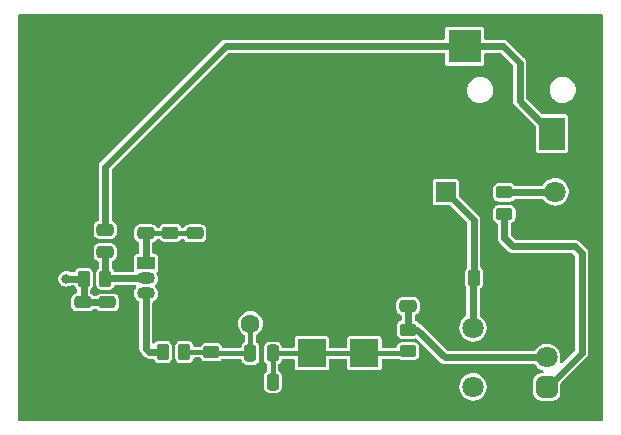
<source format=gbr>
%TF.GenerationSoftware,KiCad,Pcbnew,(6.0.11-0)*%
%TF.CreationDate,2024-07-13T22:40:32+02:00*%
%TF.ProjectId,SAQ_RX,5341515f-5258-42e6-9b69-6361645f7063,rev?*%
%TF.SameCoordinates,Original*%
%TF.FileFunction,Copper,L1,Top*%
%TF.FilePolarity,Positive*%
%FSLAX46Y46*%
G04 Gerber Fmt 4.6, Leading zero omitted, Abs format (unit mm)*
G04 Created by KiCad (PCBNEW (6.0.11-0)) date 2024-07-13 22:40:32*
%MOMM*%
%LPD*%
G01*
G04 APERTURE LIST*
G04 Aperture macros list*
%AMRoundRect*
0 Rectangle with rounded corners*
0 $1 Rounding radius*
0 $2 $3 $4 $5 $6 $7 $8 $9 X,Y pos of 4 corners*
0 Add a 4 corners polygon primitive as box body*
4,1,4,$2,$3,$4,$5,$6,$7,$8,$9,$2,$3,0*
0 Add four circle primitives for the rounded corners*
1,1,$1+$1,$2,$3*
1,1,$1+$1,$4,$5*
1,1,$1+$1,$6,$7*
1,1,$1+$1,$8,$9*
0 Add four rect primitives between the rounded corners*
20,1,$1+$1,$2,$3,$4,$5,0*
20,1,$1+$1,$4,$5,$6,$7,0*
20,1,$1+$1,$6,$7,$8,$9,0*
20,1,$1+$1,$8,$9,$2,$3,0*%
G04 Aperture macros list end*
%TA.AperFunction,SMDPad,CuDef*%
%ADD10RoundRect,0.250000X0.475000X-0.250000X0.475000X0.250000X-0.475000X0.250000X-0.475000X-0.250000X0*%
%TD*%
%TA.AperFunction,ComponentPad*%
%ADD11R,2.400000X2.400000*%
%TD*%
%TA.AperFunction,ComponentPad*%
%ADD12O,2.400000X2.400000*%
%TD*%
%TA.AperFunction,ComponentPad*%
%ADD13C,1.600000*%
%TD*%
%TA.AperFunction,ComponentPad*%
%ADD14O,1.600000X1.600000*%
%TD*%
%TA.AperFunction,SMDPad,CuDef*%
%ADD15RoundRect,0.250000X0.262500X0.450000X-0.262500X0.450000X-0.262500X-0.450000X0.262500X-0.450000X0*%
%TD*%
%TA.AperFunction,SMDPad,CuDef*%
%ADD16RoundRect,0.250000X-0.262500X-0.450000X0.262500X-0.450000X0.262500X0.450000X-0.262500X0.450000X0*%
%TD*%
%TA.AperFunction,ComponentPad*%
%ADD17RoundRect,0.450000X-0.450000X-0.450000X0.450000X-0.450000X0.450000X0.450000X-0.450000X0.450000X0*%
%TD*%
%TA.AperFunction,ComponentPad*%
%ADD18C,1.800000*%
%TD*%
%TA.AperFunction,SMDPad,CuDef*%
%ADD19RoundRect,0.250000X-0.250000X-0.475000X0.250000X-0.475000X0.250000X0.475000X-0.250000X0.475000X0*%
%TD*%
%TA.AperFunction,SMDPad,CuDef*%
%ADD20RoundRect,0.250000X-0.450000X0.262500X-0.450000X-0.262500X0.450000X-0.262500X0.450000X0.262500X0*%
%TD*%
%TA.AperFunction,SMDPad,CuDef*%
%ADD21RoundRect,0.250000X-0.475000X0.250000X-0.475000X-0.250000X0.475000X-0.250000X0.475000X0.250000X0*%
%TD*%
%TA.AperFunction,ComponentPad*%
%ADD22R,1.800000X1.800000*%
%TD*%
%TA.AperFunction,SMDPad,CuDef*%
%ADD23RoundRect,0.250000X0.450000X-0.262500X0.450000X0.262500X-0.450000X0.262500X-0.450000X-0.262500X0*%
%TD*%
%TA.AperFunction,SMDPad,CuDef*%
%ADD24R,2.200000X2.800000*%
%TD*%
%TA.AperFunction,SMDPad,CuDef*%
%ADD25R,2.800000X2.800000*%
%TD*%
%TA.AperFunction,ComponentPad*%
%ADD26R,1.500000X1.050000*%
%TD*%
%TA.AperFunction,ComponentPad*%
%ADD27O,1.500000X1.050000*%
%TD*%
%TA.AperFunction,ComponentPad*%
%ADD28R,1.700000X1.700000*%
%TD*%
%TA.AperFunction,ComponentPad*%
%ADD29O,1.700000X1.700000*%
%TD*%
%TA.AperFunction,SMDPad,CuDef*%
%ADD30RoundRect,0.250000X0.250000X0.475000X-0.250000X0.475000X-0.250000X-0.475000X0.250000X-0.475000X0*%
%TD*%
%TA.AperFunction,ViaPad*%
%ADD31C,0.800000*%
%TD*%
%TA.AperFunction,Conductor*%
%ADD32C,0.600000*%
%TD*%
%TA.AperFunction,Conductor*%
%ADD33C,0.400000*%
%TD*%
%TA.AperFunction,Conductor*%
%ADD34C,0.250000*%
%TD*%
G04 APERTURE END LIST*
D10*
%TO.P,C2,1*%
%TO.N,Net-(C2-Pad1)*%
X161650000Y-93400000D03*
%TO.P,C2,2*%
%TO.N,GNDD*%
X161650000Y-91500000D03*
%TD*%
D11*
%TO.P,D1,1,K*%
%TO.N,Net-(C3-Pad2)*%
X153500000Y-97400000D03*
D12*
%TO.P,D1,2,A*%
%TO.N,GNDD*%
X153500000Y-92320000D03*
%TD*%
D11*
%TO.P,D2,1,K*%
%TO.N,Net-(C3-Pad2)*%
X157950000Y-97400000D03*
D12*
%TO.P,D2,2,A*%
%TO.N,GNDD*%
X157950000Y-92320000D03*
%TD*%
D10*
%TO.P,C5,1*%
%TO.N,Net-(C5-Pad1)*%
X139450000Y-87250000D03*
%TO.P,C5,2*%
%TO.N,GNDD*%
X139450000Y-85350000D03*
%TD*%
D13*
%TO.P,L1,1*%
%TO.N,Net-(C3-Pad1)*%
X148300000Y-94900000D03*
D14*
%TO.P,L1,2*%
%TO.N,GNDD*%
X148300000Y-84900000D03*
%TD*%
D15*
%TO.P,R3,1*%
%TO.N,Net-(C3-Pad1)*%
X142712500Y-97300000D03*
%TO.P,R3,2*%
%TO.N,Net-(Q1-Pad3)*%
X140887500Y-97300000D03*
%TD*%
D10*
%TO.P,C6,1*%
%TO.N,Net-(C5-Pad1)*%
X143600000Y-87250000D03*
%TO.P,C6,2*%
%TO.N,GNDD*%
X143600000Y-85350000D03*
%TD*%
D16*
%TO.P,R4,1*%
%TO.N,Net-(C4-Pad1)*%
X134200000Y-91100000D03*
%TO.P,R4,2*%
%TO.N,Net-(C8-Pad1)*%
X136025000Y-91100000D03*
%TD*%
D17*
%TO.P,RV1,1,1*%
%TO.N,Net-(C4-Pad1)*%
X173400000Y-100250000D03*
D18*
%TO.P,RV1,2,2*%
%TO.N,Net-(C2-Pad1)*%
X173400000Y-97750000D03*
%TO.P,RV1,3,3*%
%TO.N,GNDD*%
X173400000Y-95250000D03*
%TO.P,RV1,4,4*%
%TO.N,Net-(C4-Pad1)*%
X167150000Y-100250000D03*
%TO.P,RV1,5,5*%
%TO.N,Net-(C1-Pad1)*%
X167150000Y-95250000D03*
%TD*%
D19*
%TO.P,C3,1*%
%TO.N,Net-(C3-Pad1)*%
X148300000Y-97400000D03*
%TO.P,C3,2*%
%TO.N,Net-(C3-Pad2)*%
X150200000Y-97400000D03*
%TD*%
D20*
%TO.P,R1,1*%
%TO.N,Net-(C2-Pad1)*%
X161650000Y-95400000D03*
%TO.P,R1,2*%
%TO.N,Net-(C3-Pad2)*%
X161650000Y-97225000D03*
%TD*%
D21*
%TO.P,C7,1*%
%TO.N,Net-(C4-Pad1)*%
X134100000Y-93100000D03*
%TO.P,C7,2*%
%TO.N,GNDD*%
X134100000Y-95000000D03*
%TD*%
D20*
%TO.P,R2,1*%
%TO.N,GNDD*%
X145000000Y-95489500D03*
%TO.P,R2,2*%
%TO.N,Net-(C3-Pad1)*%
X145000000Y-97314500D03*
%TD*%
D22*
%TO.P,D3,1,K*%
%TO.N,GNDD*%
X174100000Y-86275000D03*
D18*
%TO.P,D3,2,A*%
%TO.N,Net-(D3-Pad2)*%
X174100000Y-83735000D03*
%TD*%
D23*
%TO.P,R5,1*%
%TO.N,Net-(C5-Pad1)*%
X141524000Y-87200000D03*
%TO.P,R5,2*%
%TO.N,GNDD*%
X141524000Y-85375000D03*
%TD*%
D24*
%TO.P,J1,R*%
%TO.N,Net-(C8-Pad2)*%
X173850000Y-78800000D03*
%TO.P,J1,S*%
%TO.N,GNDD*%
X175850000Y-71400000D03*
D25*
%TO.P,J1,T*%
%TO.N,Net-(C8-Pad2)*%
X166450000Y-71400000D03*
%TD*%
D26*
%TO.P,Q1,1,D*%
%TO.N,Net-(C5-Pad1)*%
X139452000Y-89798000D03*
D27*
%TO.P,Q1,2,S*%
%TO.N,Net-(C8-Pad1)*%
X139452000Y-91068000D03*
%TO.P,Q1,3,G*%
%TO.N,Net-(Q1-Pad3)*%
X139452000Y-92338000D03*
%TD*%
D28*
%TO.P,J2,1,Pin_1*%
%TO.N,Net-(C1-Pad1)*%
X164825000Y-83750000D03*
D29*
%TO.P,J2,2,Pin_2*%
%TO.N,GNDD*%
X162285000Y-83750000D03*
%TD*%
D19*
%TO.P,C1,1*%
%TO.N,Net-(C1-Pad1)*%
X167250000Y-91000000D03*
%TO.P,C1,2*%
%TO.N,GNDD*%
X169150000Y-91000000D03*
%TD*%
D23*
%TO.P,R6,1*%
%TO.N,Net-(C4-Pad1)*%
X169800000Y-85612500D03*
%TO.P,R6,2*%
%TO.N,Net-(D3-Pad2)*%
X169800000Y-83787500D03*
%TD*%
D30*
%TO.P,C9,1*%
%TO.N,Net-(C3-Pad2)*%
X150200000Y-99800000D03*
%TO.P,C9,2*%
%TO.N,GNDD*%
X148300000Y-99800000D03*
%TD*%
D10*
%TO.P,C8,1*%
%TO.N,Net-(C8-Pad1)*%
X136000000Y-88850000D03*
%TO.P,C8,2*%
%TO.N,Net-(C8-Pad2)*%
X136000000Y-86950000D03*
%TD*%
D21*
%TO.P,C4,1*%
%TO.N,Net-(C4-Pad1)*%
X136200000Y-93100000D03*
%TO.P,C4,2*%
%TO.N,GNDD*%
X136200000Y-95000000D03*
%TD*%
D31*
%TO.N,Net-(C4-Pad1)*%
X132700000Y-91100000D03*
%TD*%
D32*
%TO.N,Net-(C2-Pad1)*%
X161650000Y-95400000D02*
X162400000Y-95400000D01*
X164750000Y-97750000D02*
X173400000Y-97750000D01*
X161650000Y-93400000D02*
X161650000Y-95400000D01*
X162400000Y-95400000D02*
X164750000Y-97750000D01*
D33*
%TO.N,Net-(C3-Pad1)*%
X142712500Y-97300000D02*
X144985500Y-97300000D01*
X148300000Y-97400000D02*
X145085500Y-97400000D01*
X148300000Y-94900000D02*
X148300000Y-97400000D01*
X145085500Y-97400000D02*
X145000000Y-97314500D01*
X144985500Y-97300000D02*
X145000000Y-97314500D01*
%TO.N,Net-(C3-Pad2)*%
X157950000Y-97400000D02*
X153500000Y-97400000D01*
X153500000Y-97400000D02*
X150200000Y-97400000D01*
D34*
X161650000Y-97225000D02*
X161475000Y-97400000D01*
D33*
X161475000Y-97400000D02*
X157950000Y-97400000D01*
X150200000Y-97475000D02*
X150200000Y-99825000D01*
X150200000Y-99750000D02*
X150250000Y-99800000D01*
%TO.N,Net-(C5-Pad1)*%
X139450000Y-87250000D02*
X141474000Y-87250000D01*
X141574000Y-87250000D02*
X141524000Y-87200000D01*
X143600000Y-87250000D02*
X141574000Y-87250000D01*
D34*
X139452000Y-87252000D02*
X139450000Y-87250000D01*
D32*
X139452000Y-89798000D02*
X139452000Y-87252000D01*
D33*
X141474000Y-87250000D02*
X141524000Y-87200000D01*
D32*
%TO.N,Net-(C1-Pad1)*%
X167150000Y-91100000D02*
X167250000Y-91000000D01*
X167200000Y-90950000D02*
X167250000Y-91000000D01*
X167150000Y-95250000D02*
X167150000Y-91100000D01*
X164825000Y-83750000D02*
X167200000Y-86125000D01*
X167200000Y-86125000D02*
X167200000Y-90950000D01*
%TO.N,Net-(Q1-Pad3)*%
X139750000Y-97300000D02*
X140837500Y-97300000D01*
X139452000Y-92338000D02*
X139452000Y-97002000D01*
X139452000Y-97002000D02*
X139750000Y-97300000D01*
%TO.N,Net-(C8-Pad2)*%
X173850000Y-78800000D02*
X171100000Y-76050000D01*
X166450000Y-71400000D02*
X146200000Y-71400000D01*
X171100000Y-72800000D02*
X169700000Y-71400000D01*
X146200000Y-71400000D02*
X136000000Y-81600000D01*
X171100000Y-76050000D02*
X171100000Y-72800000D01*
X169700000Y-71400000D02*
X166450000Y-71400000D01*
X136000000Y-81600000D02*
X136000000Y-86950000D01*
%TO.N,Net-(D3-Pad2)*%
X169800000Y-83787500D02*
X174047500Y-83787500D01*
X174047500Y-83787500D02*
X174100000Y-83735000D01*
%TO.N,Net-(C8-Pad1)*%
X139452000Y-91068000D02*
X136544500Y-91068000D01*
X136000000Y-88850000D02*
X136000000Y-91075000D01*
X136000000Y-91075000D02*
X136025000Y-91100000D01*
%TO.N,Net-(C4-Pad1)*%
X176350000Y-90300000D02*
X176350000Y-88950000D01*
X134200000Y-93050000D02*
X134150000Y-93100000D01*
X136300000Y-93100000D02*
X134150000Y-93100000D01*
X134200000Y-91100000D02*
X132700000Y-91100000D01*
X134200000Y-91100000D02*
X134200000Y-93050000D01*
X170500000Y-88350000D02*
X169800000Y-87650000D01*
X175750000Y-88350000D02*
X170500000Y-88350000D01*
X173800000Y-99900000D02*
X176350000Y-97350000D01*
X176350000Y-88950000D02*
X175750000Y-88350000D01*
X169800000Y-87650000D02*
X169800000Y-85612500D01*
X176350000Y-97350000D02*
X176350000Y-90300000D01*
%TD*%
%TA.AperFunction,Conductor*%
%TO.N,GNDD*%
G36*
X178125498Y-103087621D02*
G01*
X178071842Y-103134114D01*
X178019500Y-103145500D01*
X128780500Y-103145500D01*
X128712379Y-103125498D01*
X128665886Y-103071842D01*
X128654500Y-103019500D01*
X128654500Y-68780500D01*
X128674502Y-68712379D01*
X128728158Y-68665886D01*
X128780500Y-68654500D01*
X133889744Y-68654500D01*
X133889744Y-90145500D01*
X133828052Y-90152202D01*
X133692736Y-90202929D01*
X133685557Y-90208309D01*
X133685554Y-90208311D01*
X133645500Y-90238330D01*
X133577096Y-90289596D01*
X133571715Y-90296776D01*
X133495811Y-90398054D01*
X133495809Y-90398057D01*
X133490429Y-90405236D01*
X133475099Y-90446129D01*
X133468501Y-90463729D01*
X133425860Y-90520494D01*
X133359298Y-90545194D01*
X133350519Y-90545500D01*
X133089181Y-90545500D01*
X133025323Y-90525304D01*
X133024464Y-90526907D01*
X133017774Y-90523320D01*
X133011556Y-90518950D01*
X132863963Y-90461406D01*
X132706904Y-90440729D01*
X132549447Y-90458113D01*
X132400681Y-90512553D01*
X132269195Y-90600908D01*
X132264082Y-90606527D01*
X132264081Y-90606528D01*
X132253731Y-90617903D01*
X132162581Y-90718076D01*
X132086992Y-90857293D01*
X132046793Y-91010522D01*
X132045474Y-91094477D01*
X132044424Y-91161319D01*
X132044424Y-91161322D01*
X132044305Y-91168916D01*
X132079671Y-91323332D01*
X132115083Y-91393742D01*
X132147437Y-91458072D01*
X132147439Y-91458075D01*
X132150849Y-91464855D01*
X132155778Y-91470626D01*
X132155780Y-91470629D01*
X132248796Y-91579536D01*
X132248797Y-91579536D01*
X132253731Y-91585314D01*
X132382376Y-91677755D01*
X132529359Y-91736842D01*
X132686193Y-91759162D01*
X132700000Y-91759307D01*
X132857267Y-91740276D01*
X133005454Y-91684280D01*
X133016540Y-91676661D01*
X133087908Y-91654500D01*
X133350519Y-91654500D01*
X133418640Y-91674502D01*
X133465133Y-91728158D01*
X133468501Y-91736271D01*
X133475099Y-91753871D01*
X133490429Y-91794764D01*
X133495809Y-91801943D01*
X133495811Y-91801946D01*
X133571715Y-91903224D01*
X133577096Y-91910404D01*
X133595065Y-91923871D01*
X133637580Y-91980730D01*
X133645500Y-92024697D01*
X133645500Y-92225032D01*
X133625498Y-92293153D01*
X133571842Y-92339646D01*
X133533108Y-92350295D01*
X133515552Y-92352202D01*
X133380236Y-92402929D01*
X133373057Y-92408309D01*
X133373054Y-92408311D01*
X133285023Y-92474287D01*
X133264596Y-92489596D01*
X133259215Y-92496776D01*
X133183311Y-92598054D01*
X133183309Y-92598057D01*
X133177929Y-92605236D01*
X133144296Y-92694954D01*
X133129974Y-92733157D01*
X133129974Y-92733159D01*
X133127202Y-92740552D01*
X133126349Y-92748402D01*
X133126349Y-92748403D01*
X133120869Y-92798847D01*
X133120500Y-92802244D01*
X133120500Y-93397756D01*
X133120869Y-93401153D01*
X133126349Y-93451597D01*
X133126349Y-93451598D01*
X133127202Y-93459448D01*
X133129974Y-93466841D01*
X133129974Y-93466843D01*
X133144296Y-93505046D01*
X133177929Y-93594764D01*
X133183309Y-93601943D01*
X133183311Y-93601946D01*
X133259215Y-93703224D01*
X133264596Y-93710404D01*
X133285023Y-93725713D01*
X133373054Y-93791689D01*
X133373057Y-93791691D01*
X133380236Y-93797071D01*
X133515552Y-93847798D01*
X133577244Y-93854500D01*
X134622756Y-93854500D01*
X134684448Y-93847798D01*
X134819764Y-93797071D01*
X134826943Y-93791691D01*
X134826946Y-93791689D01*
X134928224Y-93715785D01*
X134935404Y-93710404D01*
X134940786Y-93703223D01*
X134947135Y-93696874D01*
X134948481Y-93698220D01*
X134996365Y-93662419D01*
X135040329Y-93654500D01*
X135259671Y-93654500D01*
X135327792Y-93674502D01*
X135352369Y-93697370D01*
X135352865Y-93696874D01*
X135359214Y-93703223D01*
X135364596Y-93710404D01*
X135423403Y-93754477D01*
X135473054Y-93791689D01*
X135473057Y-93791691D01*
X135480236Y-93797071D01*
X135615552Y-93847798D01*
X135677244Y-93854500D01*
X136722756Y-93854500D01*
X136729189Y-93853801D01*
X136776597Y-93848651D01*
X136776598Y-93848651D01*
X136784448Y-93847798D01*
X136919764Y-93797071D01*
X136926943Y-93791691D01*
X136926946Y-93791689D01*
X137028224Y-93715785D01*
X137035404Y-93710404D01*
X137050713Y-93689977D01*
X137116689Y-93601946D01*
X137116691Y-93601943D01*
X137122071Y-93594764D01*
X137155704Y-93505046D01*
X137170026Y-93466843D01*
X137170026Y-93466841D01*
X137172798Y-93459448D01*
X137173651Y-93451598D01*
X137173651Y-93451597D01*
X137179131Y-93401153D01*
X137179131Y-93401152D01*
X137179500Y-93397756D01*
X137179500Y-92802244D01*
X137179131Y-92798848D01*
X137179131Y-92798847D01*
X137173651Y-92748403D01*
X137173651Y-92748402D01*
X137172798Y-92740552D01*
X137170026Y-92733159D01*
X137170026Y-92733157D01*
X137155704Y-92694954D01*
X137122071Y-92605236D01*
X137116691Y-92598057D01*
X137116689Y-92598054D01*
X137050713Y-92510023D01*
X137035404Y-92489596D01*
X137028224Y-92484215D01*
X136926946Y-92408311D01*
X136926943Y-92408309D01*
X136919764Y-92402929D01*
X136784448Y-92352202D01*
X136776598Y-92351349D01*
X136776597Y-92351349D01*
X136729189Y-92346199D01*
X136722756Y-92345500D01*
X135677244Y-92345500D01*
X135615552Y-92352202D01*
X135480236Y-92402929D01*
X135473057Y-92408309D01*
X135473054Y-92408311D01*
X135423403Y-92445523D01*
X135364596Y-92489596D01*
X135359214Y-92496777D01*
X135352865Y-92503126D01*
X135351519Y-92501780D01*
X135303635Y-92537581D01*
X135259671Y-92545500D01*
X135040329Y-92545500D01*
X134972208Y-92525498D01*
X134947631Y-92502630D01*
X134947135Y-92503126D01*
X134940786Y-92496777D01*
X134935404Y-92489596D01*
X134819764Y-92402929D01*
X134817616Y-92402124D01*
X134769844Y-92354244D01*
X134754500Y-92293984D01*
X134754500Y-92024697D01*
X134774502Y-91956576D01*
X134804935Y-91923871D01*
X134815724Y-91915785D01*
X134822904Y-91910404D01*
X134838213Y-91889977D01*
X134904189Y-91801946D01*
X134904191Y-91801943D01*
X134909571Y-91794764D01*
X134948481Y-91690970D01*
X134957526Y-91666843D01*
X134957526Y-91666841D01*
X134960298Y-91659448D01*
X134961151Y-91651598D01*
X134961151Y-91651597D01*
X134966631Y-91601153D01*
X134966631Y-91601152D01*
X134967000Y-91597756D01*
X134967000Y-90602244D01*
X134966631Y-90598848D01*
X134966631Y-90598847D01*
X134961151Y-90548403D01*
X134961151Y-90548402D01*
X134960298Y-90540552D01*
X134957526Y-90533159D01*
X134957526Y-90533157D01*
X134948481Y-90509030D01*
X134909571Y-90405236D01*
X134904191Y-90398057D01*
X134904189Y-90398054D01*
X134838213Y-90310023D01*
X134822904Y-90289596D01*
X134815724Y-90284215D01*
X134714446Y-90208311D01*
X134714443Y-90208309D01*
X134707264Y-90202929D01*
X134571948Y-90152202D01*
X134510256Y-90145500D01*
X133889744Y-90145500D01*
X133889744Y-68654500D01*
X167875067Y-68654500D01*
X167875067Y-69745500D01*
X165024934Y-69745501D01*
X164989182Y-69752612D01*
X164979681Y-69754502D01*
X164950699Y-69760266D01*
X164866516Y-69816516D01*
X164810266Y-69900699D01*
X164795500Y-69974933D01*
X164795500Y-70719500D01*
X164775498Y-70787621D01*
X164721842Y-70834114D01*
X164669500Y-70845500D01*
X146215075Y-70845500D01*
X146209799Y-70845390D01*
X146147326Y-70842772D01*
X146138961Y-70844734D01*
X146104622Y-70852788D01*
X146092949Y-70854951D01*
X146049482Y-70860905D01*
X146041598Y-70864317D01*
X146035506Y-70866953D01*
X146014237Y-70873987D01*
X145999417Y-70877463D01*
X145960963Y-70898603D01*
X145950317Y-70903818D01*
X145917937Y-70917830D01*
X145917933Y-70917832D01*
X145910054Y-70921242D01*
X145903381Y-70926646D01*
X145903379Y-70926647D01*
X145898225Y-70930821D01*
X145879637Y-70943312D01*
X145866285Y-70950652D01*
X145858109Y-70957710D01*
X145833366Y-70982453D01*
X145823565Y-70991279D01*
X145798662Y-71011444D01*
X145798659Y-71011447D01*
X145791987Y-71016850D01*
X145780962Y-71032364D01*
X145767355Y-71048464D01*
X135618574Y-81197244D01*
X135614766Y-81200897D01*
X135568734Y-81243226D01*
X135545620Y-81280505D01*
X135538911Y-81290268D01*
X135529576Y-81302566D01*
X135517562Y-81318393D01*
X135517560Y-81318396D01*
X135512370Y-81325234D01*
X135506763Y-81339396D01*
X135496697Y-81359410D01*
X135488677Y-81372344D01*
X135486281Y-81380591D01*
X135486280Y-81380593D01*
X135480661Y-81399934D01*
X135476436Y-81414476D01*
X135472592Y-81425701D01*
X135459607Y-81458498D01*
X135459605Y-81458505D01*
X135456444Y-81466490D01*
X135455546Y-81475033D01*
X135455546Y-81475034D01*
X135454854Y-81481620D01*
X135450540Y-81503610D01*
X135448134Y-81511890D01*
X135448133Y-81511894D01*
X135446291Y-81518235D01*
X135445808Y-81524819D01*
X135445807Y-81524822D01*
X135445756Y-81525521D01*
X135445500Y-81529007D01*
X135445500Y-81564012D01*
X135444810Y-81577182D01*
X135440564Y-81617581D01*
X135441996Y-81626048D01*
X135441996Y-81626049D01*
X135443736Y-81636336D01*
X135445500Y-81657348D01*
X135445500Y-86103647D01*
X135425498Y-86171768D01*
X135371842Y-86218261D01*
X135363729Y-86221629D01*
X135334326Y-86232652D01*
X135280236Y-86252929D01*
X135273057Y-86258309D01*
X135273054Y-86258311D01*
X135185023Y-86324287D01*
X135164596Y-86339596D01*
X135159215Y-86346776D01*
X135083311Y-86448054D01*
X135083309Y-86448057D01*
X135077929Y-86455236D01*
X135044296Y-86544954D01*
X135029974Y-86583157D01*
X135029974Y-86583159D01*
X135027202Y-86590552D01*
X135026349Y-86598402D01*
X135026349Y-86598403D01*
X135020869Y-86648847D01*
X135020500Y-86652244D01*
X135020500Y-87247756D01*
X135020869Y-87251153D01*
X135026349Y-87301597D01*
X135026349Y-87301598D01*
X135027202Y-87309448D01*
X135029974Y-87316841D01*
X135029974Y-87316843D01*
X135044296Y-87355046D01*
X135077929Y-87444764D01*
X135083309Y-87451943D01*
X135083311Y-87451946D01*
X135159215Y-87553224D01*
X135164596Y-87560404D01*
X135185023Y-87575713D01*
X135273054Y-87641689D01*
X135273057Y-87641691D01*
X135280236Y-87647071D01*
X135371842Y-87681412D01*
X135408157Y-87695026D01*
X135408159Y-87695026D01*
X135415552Y-87697798D01*
X135425498Y-87698879D01*
X135473847Y-87704131D01*
X135473848Y-87704131D01*
X135477244Y-87704500D01*
X136522756Y-87704500D01*
X136539446Y-87702687D01*
X136576597Y-87698651D01*
X136576598Y-87698651D01*
X136584448Y-87697798D01*
X136604936Y-87690118D01*
X136647904Y-87674010D01*
X136719764Y-87647071D01*
X136726943Y-87641691D01*
X136726946Y-87641689D01*
X136828224Y-87565785D01*
X136835404Y-87560404D01*
X136877698Y-87503971D01*
X136916689Y-87451946D01*
X136916691Y-87451943D01*
X136922071Y-87444764D01*
X136955704Y-87355046D01*
X136970026Y-87316843D01*
X136970026Y-87316841D01*
X136972798Y-87309448D01*
X136973651Y-87301598D01*
X136973651Y-87301597D01*
X136979131Y-87251153D01*
X136979131Y-87251152D01*
X136979500Y-87247756D01*
X136979500Y-86652244D01*
X136979131Y-86648848D01*
X136979131Y-86648847D01*
X136973651Y-86598403D01*
X136973651Y-86598402D01*
X136972798Y-86590552D01*
X136970026Y-86583159D01*
X136970026Y-86583157D01*
X136955704Y-86544954D01*
X136922071Y-86455236D01*
X136916691Y-86448057D01*
X136916689Y-86448054D01*
X136877698Y-86396029D01*
X136835404Y-86339596D01*
X136828224Y-86334215D01*
X136726946Y-86258311D01*
X136726943Y-86258309D01*
X136719764Y-86252929D01*
X136711360Y-86249779D01*
X136636271Y-86221629D01*
X136579506Y-86178988D01*
X136554806Y-86112426D01*
X136554500Y-86103647D01*
X136554500Y-81881871D01*
X136574502Y-81813750D01*
X136591405Y-81792776D01*
X141026244Y-77357937D01*
X141026244Y-86433000D01*
X140964552Y-86439702D01*
X140829236Y-86490429D01*
X140822057Y-86495809D01*
X140822054Y-86495811D01*
X140734023Y-86561787D01*
X140713596Y-86577096D01*
X140708215Y-86584276D01*
X140632311Y-86685554D01*
X140632309Y-86685557D01*
X140626929Y-86692736D01*
X140619059Y-86713731D01*
X140576417Y-86770494D01*
X140509856Y-86795194D01*
X140501077Y-86795500D01*
X140465274Y-86795500D01*
X140397153Y-86775498D01*
X140364449Y-86745066D01*
X140285404Y-86639596D01*
X140278224Y-86634215D01*
X140176946Y-86558311D01*
X140176943Y-86558309D01*
X140169764Y-86552929D01*
X140034448Y-86502202D01*
X140026598Y-86501349D01*
X140026597Y-86501349D01*
X140009365Y-86499477D01*
X139972756Y-86495500D01*
X138927244Y-86495500D01*
X138923848Y-86495869D01*
X138923847Y-86495869D01*
X138895132Y-86498989D01*
X138865552Y-86502202D01*
X138730236Y-86552929D01*
X138723057Y-86558309D01*
X138723054Y-86558311D01*
X138683122Y-86588239D01*
X138614596Y-86639596D01*
X138603625Y-86654235D01*
X138533311Y-86748054D01*
X138533309Y-86748057D01*
X138527929Y-86755236D01*
X138494296Y-86844954D01*
X138479974Y-86883157D01*
X138479974Y-86883159D01*
X138477202Y-86890552D01*
X138476349Y-86898402D01*
X138476349Y-86898403D01*
X138470869Y-86948847D01*
X138470500Y-86952244D01*
X138470500Y-87547756D01*
X138470869Y-87551153D01*
X138476349Y-87601597D01*
X138476349Y-87601598D01*
X138477202Y-87609448D01*
X138479974Y-87616841D01*
X138479974Y-87616843D01*
X138494296Y-87655046D01*
X138527929Y-87744764D01*
X138533309Y-87751943D01*
X138533311Y-87751946D01*
X138603625Y-87845765D01*
X138614596Y-87860404D01*
X138683122Y-87911761D01*
X138723054Y-87941689D01*
X138723057Y-87941691D01*
X138730236Y-87947071D01*
X138815728Y-87979120D01*
X138872493Y-88021761D01*
X138897194Y-88088322D01*
X138897500Y-88097102D01*
X138897500Y-88892501D01*
X138877498Y-88960622D01*
X138823842Y-89007115D01*
X138771500Y-89018501D01*
X138676934Y-89018501D01*
X138660222Y-89021825D01*
X138615662Y-89030688D01*
X138602699Y-89033266D01*
X138518516Y-89089516D01*
X138462266Y-89173699D01*
X138447500Y-89247933D01*
X138447500Y-89797911D01*
X138447501Y-90348066D01*
X138450456Y-90362921D01*
X138444128Y-90433631D01*
X138400575Y-90489699D01*
X138326877Y-90513500D01*
X136862485Y-90513500D01*
X136794364Y-90493498D01*
X136747871Y-90439842D01*
X136744504Y-90431732D01*
X136734571Y-90405236D01*
X136729191Y-90398057D01*
X136729189Y-90398054D01*
X136663213Y-90310023D01*
X136647904Y-90289596D01*
X136604935Y-90257393D01*
X136562420Y-90200535D01*
X136554500Y-90156567D01*
X136554500Y-89696353D01*
X136574502Y-89628232D01*
X136628158Y-89581739D01*
X136636271Y-89578371D01*
X136711360Y-89550221D01*
X136719764Y-89547071D01*
X136726943Y-89541691D01*
X136726946Y-89541689D01*
X136828224Y-89465785D01*
X136835404Y-89460404D01*
X136877698Y-89403971D01*
X136916689Y-89351946D01*
X136916691Y-89351943D01*
X136922071Y-89344764D01*
X136955704Y-89255046D01*
X136970026Y-89216843D01*
X136970026Y-89216841D01*
X136972798Y-89209448D01*
X136973651Y-89201598D01*
X136973651Y-89201597D01*
X136979131Y-89151153D01*
X136979131Y-89151152D01*
X136979500Y-89147756D01*
X136979500Y-88552244D01*
X136979131Y-88548848D01*
X136979131Y-88548847D01*
X136973651Y-88498403D01*
X136973651Y-88498402D01*
X136972798Y-88490552D01*
X136970026Y-88483159D01*
X136970026Y-88483157D01*
X136955704Y-88444954D01*
X136922071Y-88355236D01*
X136916691Y-88348057D01*
X136916689Y-88348054D01*
X136877698Y-88296029D01*
X136835404Y-88239596D01*
X136828224Y-88234215D01*
X136726946Y-88158311D01*
X136726943Y-88158309D01*
X136719764Y-88152929D01*
X136647904Y-88125990D01*
X136604936Y-88109883D01*
X136584448Y-88102202D01*
X136576598Y-88101349D01*
X136576597Y-88101349D01*
X136539446Y-88097313D01*
X136522756Y-88095500D01*
X135477244Y-88095500D01*
X135473848Y-88095869D01*
X135473847Y-88095869D01*
X135425498Y-88101122D01*
X135415552Y-88102202D01*
X135408159Y-88104974D01*
X135408157Y-88104974D01*
X135371842Y-88118588D01*
X135280236Y-88152929D01*
X135273057Y-88158309D01*
X135273054Y-88158311D01*
X135185023Y-88224287D01*
X135164596Y-88239596D01*
X135159215Y-88246776D01*
X135083311Y-88348054D01*
X135083309Y-88348057D01*
X135077929Y-88355236D01*
X135044296Y-88444954D01*
X135029974Y-88483157D01*
X135029974Y-88483159D01*
X135027202Y-88490552D01*
X135026349Y-88498402D01*
X135026349Y-88498403D01*
X135020869Y-88548847D01*
X135020500Y-88552244D01*
X135020500Y-89147756D01*
X135020869Y-89151153D01*
X135026349Y-89201597D01*
X135026349Y-89201598D01*
X135027202Y-89209448D01*
X135029974Y-89216841D01*
X135029974Y-89216843D01*
X135044296Y-89255046D01*
X135077929Y-89344764D01*
X135083309Y-89351943D01*
X135083311Y-89351946D01*
X135159215Y-89453224D01*
X135164596Y-89460404D01*
X135185023Y-89475713D01*
X135273054Y-89541689D01*
X135273057Y-89541691D01*
X135280236Y-89547071D01*
X135334326Y-89567348D01*
X135363729Y-89578371D01*
X135420494Y-89621012D01*
X135445194Y-89687574D01*
X135445500Y-89696353D01*
X135445500Y-90195801D01*
X135425498Y-90263922D01*
X135408942Y-90284465D01*
X135402096Y-90289596D01*
X135396715Y-90296776D01*
X135320811Y-90398054D01*
X135320809Y-90398057D01*
X135315429Y-90405236D01*
X135288640Y-90476697D01*
X135267474Y-90533157D01*
X135267474Y-90533159D01*
X135264702Y-90540552D01*
X135263849Y-90548402D01*
X135263849Y-90548403D01*
X135259671Y-90586862D01*
X135258000Y-90602244D01*
X135258000Y-91597756D01*
X135259671Y-91613138D01*
X135263849Y-91651597D01*
X135263849Y-91651598D01*
X135264702Y-91659448D01*
X135267474Y-91666841D01*
X135267474Y-91666843D01*
X135288640Y-91723303D01*
X135315429Y-91794764D01*
X135320809Y-91801943D01*
X135320811Y-91801946D01*
X135396715Y-91903224D01*
X135402096Y-91910404D01*
X135445194Y-91942704D01*
X135510554Y-91991689D01*
X135510557Y-91991691D01*
X135517736Y-91997071D01*
X135653052Y-92047798D01*
X135714744Y-92054500D01*
X136335256Y-92054500D01*
X136396948Y-92047798D01*
X136532264Y-91997071D01*
X136539443Y-91991691D01*
X136539446Y-91991689D01*
X136640724Y-91915785D01*
X136640725Y-91915784D01*
X136647904Y-91910404D01*
X136663213Y-91889977D01*
X136729189Y-91801946D01*
X136729191Y-91801943D01*
X136734571Y-91794764D01*
X136768495Y-91704271D01*
X136811136Y-91647506D01*
X136877698Y-91622806D01*
X136886477Y-91622500D01*
X138535504Y-91622500D01*
X138603625Y-91642502D01*
X138650118Y-91696158D01*
X138660222Y-91766432D01*
X138630728Y-91831012D01*
X138624288Y-91837906D01*
X138620659Y-91841509D01*
X138620656Y-91841513D01*
X138615662Y-91846472D01*
X138611888Y-91852418D01*
X138611887Y-91852420D01*
X138605169Y-91863006D01*
X138521957Y-91994128D01*
X138519592Y-92000771D01*
X138519592Y-92000770D01*
X138465656Y-92152239D01*
X138465655Y-92152244D01*
X138463294Y-92158874D01*
X138462461Y-92165862D01*
X138462460Y-92165865D01*
X138450456Y-92266534D01*
X138442587Y-92332524D01*
X138443323Y-92339527D01*
X138443323Y-92339528D01*
X138448708Y-92390761D01*
X138460867Y-92506445D01*
X138463136Y-92513111D01*
X138463137Y-92513114D01*
X138514955Y-92665328D01*
X138514956Y-92665331D01*
X138517225Y-92671995D01*
X138608859Y-92820945D01*
X138683122Y-92896779D01*
X138726288Y-92940859D01*
X138726289Y-92940860D01*
X138731216Y-92945891D01*
X138839757Y-93015841D01*
X138886180Y-93069555D01*
X138897500Y-93121751D01*
X138897500Y-96986925D01*
X138897390Y-96992201D01*
X138894772Y-97054674D01*
X138904788Y-97097376D01*
X138906951Y-97109051D01*
X138909102Y-97124754D01*
X138912905Y-97152518D01*
X138918953Y-97166493D01*
X138925987Y-97187763D01*
X138927502Y-97194222D01*
X138929463Y-97202583D01*
X138950603Y-97241037D01*
X138955818Y-97251683D01*
X138969830Y-97284063D01*
X138969832Y-97284067D01*
X138973242Y-97291946D01*
X138982821Y-97303775D01*
X138995312Y-97322363D01*
X139002652Y-97335715D01*
X139007426Y-97341245D01*
X139008198Y-97342140D01*
X139008204Y-97342147D01*
X139009710Y-97343891D01*
X139034453Y-97368634D01*
X139043279Y-97378435D01*
X139063444Y-97403338D01*
X139063447Y-97403341D01*
X139068850Y-97410013D01*
X139084364Y-97421038D01*
X139100464Y-97434645D01*
X139347232Y-97681413D01*
X139350885Y-97685221D01*
X139387416Y-97724948D01*
X139387417Y-97724949D01*
X139393226Y-97731266D01*
X139430506Y-97754381D01*
X139440288Y-97761104D01*
X139468395Y-97782438D01*
X139475235Y-97787630D01*
X139489396Y-97793237D01*
X139509402Y-97803300D01*
X139515037Y-97806794D01*
X139515046Y-97806798D01*
X139522344Y-97811323D01*
X139564480Y-97823565D01*
X139575707Y-97827409D01*
X139616490Y-97843556D01*
X139631633Y-97845148D01*
X139653606Y-97849459D01*
X139661896Y-97851867D01*
X139668235Y-97853709D01*
X139679007Y-97854500D01*
X139714005Y-97854500D01*
X139727176Y-97855190D01*
X139759037Y-97858539D01*
X139767581Y-97859437D01*
X139786346Y-97856263D01*
X139807348Y-97854500D01*
X140038019Y-97854500D01*
X140106140Y-97874502D01*
X140152633Y-97928158D01*
X140156001Y-97936271D01*
X140169247Y-97971604D01*
X140177929Y-97994764D01*
X140183309Y-98001943D01*
X140183311Y-98001946D01*
X140259215Y-98103224D01*
X140259216Y-98103225D01*
X140264596Y-98110404D01*
X140290212Y-98129602D01*
X140373054Y-98191689D01*
X140373057Y-98191691D01*
X140380236Y-98197071D01*
X140515552Y-98247798D01*
X140561830Y-98252826D01*
X140573847Y-98254131D01*
X140573848Y-98254131D01*
X140577244Y-98254500D01*
X141197756Y-98254500D01*
X141259448Y-98247798D01*
X141394764Y-98197071D01*
X141401943Y-98191691D01*
X141401946Y-98191689D01*
X141503224Y-98115785D01*
X141510404Y-98110404D01*
X141525713Y-98089977D01*
X141591689Y-98001946D01*
X141591691Y-98001943D01*
X141597071Y-97994764D01*
X141630704Y-97905046D01*
X141645026Y-97866843D01*
X141645026Y-97866841D01*
X141647798Y-97859448D01*
X141648651Y-97851598D01*
X141648651Y-97851597D01*
X141654131Y-97801153D01*
X141654131Y-97801152D01*
X141654500Y-97797756D01*
X141654500Y-96802244D01*
X141654131Y-96798848D01*
X141654131Y-96798847D01*
X141648651Y-96748403D01*
X141648651Y-96748402D01*
X141647798Y-96740552D01*
X141645026Y-96733159D01*
X141645026Y-96733157D01*
X141630704Y-96694954D01*
X141597071Y-96605236D01*
X141591691Y-96598057D01*
X141591689Y-96598054D01*
X141525713Y-96510023D01*
X141510404Y-96489596D01*
X141503224Y-96484215D01*
X141401946Y-96408311D01*
X141401943Y-96408309D01*
X141394764Y-96402929D01*
X141259448Y-96352202D01*
X141197756Y-96345500D01*
X140577244Y-96345500D01*
X140573848Y-96345869D01*
X140573847Y-96345869D01*
X140561830Y-96347175D01*
X140515552Y-96352202D01*
X140380236Y-96402929D01*
X140373057Y-96408309D01*
X140373054Y-96408311D01*
X140290212Y-96470398D01*
X140264596Y-96489596D01*
X140233326Y-96531320D01*
X140176468Y-96573835D01*
X140105649Y-96578861D01*
X140043356Y-96544801D01*
X140009365Y-96482471D01*
X140006500Y-96455755D01*
X140006500Y-93121169D01*
X140026502Y-93053048D01*
X140065730Y-93014315D01*
X140158274Y-92956487D01*
X140164248Y-92952754D01*
X140169764Y-92947277D01*
X140277850Y-92839943D01*
X140288338Y-92829528D01*
X140295141Y-92818809D01*
X140375168Y-92692705D01*
X140382043Y-92681872D01*
X140397153Y-92639438D01*
X140438344Y-92523761D01*
X140438345Y-92523756D01*
X140440706Y-92517126D01*
X140441539Y-92510138D01*
X140441540Y-92510135D01*
X140456500Y-92384677D01*
X140461413Y-92343476D01*
X140460677Y-92336473D01*
X140460677Y-92336472D01*
X140456500Y-92296732D01*
X140443133Y-92169555D01*
X140440864Y-92162889D01*
X140440863Y-92162886D01*
X140389045Y-92010672D01*
X140389044Y-92010669D01*
X140386775Y-92004005D01*
X140295141Y-91855055D01*
X140278224Y-91837780D01*
X140232610Y-91791201D01*
X140199239Y-91728536D01*
X140205045Y-91657777D01*
X140233849Y-91613638D01*
X140288338Y-91559528D01*
X140295141Y-91548809D01*
X140375168Y-91422705D01*
X140382043Y-91411872D01*
X140397153Y-91369438D01*
X140438344Y-91253761D01*
X140438345Y-91253756D01*
X140440706Y-91247126D01*
X140441539Y-91240138D01*
X140441540Y-91240135D01*
X140456500Y-91114677D01*
X140461413Y-91073476D01*
X140460677Y-91066473D01*
X140460677Y-91066472D01*
X140456500Y-91026732D01*
X140443133Y-90899555D01*
X140440864Y-90892889D01*
X140440863Y-90892886D01*
X140389045Y-90740672D01*
X140389044Y-90740669D01*
X140386775Y-90734005D01*
X140353141Y-90679334D01*
X140350462Y-90674979D01*
X140331803Y-90606478D01*
X140353141Y-90538764D01*
X140368684Y-90519861D01*
X140375168Y-90513377D01*
X140385484Y-90506484D01*
X140441734Y-90422301D01*
X140456500Y-90348067D01*
X140456500Y-89798089D01*
X140456499Y-89247934D01*
X140449388Y-89212182D01*
X140444156Y-89185874D01*
X140444155Y-89185872D01*
X140441734Y-89173699D01*
X140434839Y-89163379D01*
X140434838Y-89163378D01*
X140421307Y-89143128D01*
X140385484Y-89089516D01*
X140301301Y-89033266D01*
X140227067Y-89018500D01*
X140132500Y-89018500D01*
X140064379Y-88998498D01*
X140017886Y-88944842D01*
X140006500Y-88892500D01*
X140006500Y-88095603D01*
X140026502Y-88027482D01*
X140080158Y-87980989D01*
X140088271Y-87977621D01*
X140126664Y-87963228D01*
X140169764Y-87947071D01*
X140176943Y-87941691D01*
X140176946Y-87941689D01*
X140278224Y-87865785D01*
X140285404Y-87860404D01*
X140364449Y-87754935D01*
X140421307Y-87712420D01*
X140465274Y-87704500D01*
X140561830Y-87704500D01*
X140629951Y-87724502D01*
X140662656Y-87754935D01*
X140708215Y-87815724D01*
X140713596Y-87822904D01*
X140734023Y-87838213D01*
X140822054Y-87904189D01*
X140822057Y-87904191D01*
X140829236Y-87909571D01*
X140964552Y-87960298D01*
X141026244Y-87967000D01*
X142021756Y-87967000D01*
X142083448Y-87960298D01*
X142218764Y-87909571D01*
X142225943Y-87904191D01*
X142225946Y-87904189D01*
X142327224Y-87828285D01*
X142334404Y-87822904D01*
X142385344Y-87754935D01*
X142442203Y-87712420D01*
X142486170Y-87704500D01*
X142584726Y-87704500D01*
X142652847Y-87724502D01*
X142685552Y-87754935D01*
X142759215Y-87853224D01*
X142764596Y-87860404D01*
X142785023Y-87875713D01*
X142873054Y-87941689D01*
X142873057Y-87941691D01*
X142880236Y-87947071D01*
X143015552Y-87997798D01*
X143077244Y-88004500D01*
X144122756Y-88004500D01*
X144184448Y-87997798D01*
X144319764Y-87947071D01*
X144326943Y-87941691D01*
X144326946Y-87941689D01*
X144428224Y-87865785D01*
X144435404Y-87860404D01*
X144498847Y-87775752D01*
X144516689Y-87751946D01*
X144516691Y-87751943D01*
X144522071Y-87744764D01*
X144555704Y-87655046D01*
X144570026Y-87616843D01*
X144570026Y-87616841D01*
X144572798Y-87609448D01*
X144573651Y-87601598D01*
X144573651Y-87601597D01*
X144579131Y-87551153D01*
X144579131Y-87551152D01*
X144579500Y-87547756D01*
X144579500Y-86952244D01*
X144579131Y-86948848D01*
X144579131Y-86948847D01*
X144573651Y-86898403D01*
X144573651Y-86898402D01*
X144572798Y-86890552D01*
X144570026Y-86883159D01*
X144570026Y-86883157D01*
X144555704Y-86844954D01*
X144522071Y-86755236D01*
X144516691Y-86748057D01*
X144516689Y-86748054D01*
X144498847Y-86724248D01*
X144435404Y-86639596D01*
X144428224Y-86634215D01*
X144326946Y-86558311D01*
X144326943Y-86558309D01*
X144319764Y-86552929D01*
X144184448Y-86502202D01*
X144122756Y-86495500D01*
X143077244Y-86495500D01*
X143015552Y-86502202D01*
X142880236Y-86552929D01*
X142873057Y-86558309D01*
X142873054Y-86558311D01*
X142785023Y-86624287D01*
X142764596Y-86639596D01*
X142759215Y-86646776D01*
X142685552Y-86745065D01*
X142628693Y-86787580D01*
X142584726Y-86795500D01*
X142546923Y-86795500D01*
X142478802Y-86775498D01*
X142432309Y-86721842D01*
X142428943Y-86713735D01*
X142421071Y-86692736D01*
X142415691Y-86685557D01*
X142415689Y-86685554D01*
X142398847Y-86663082D01*
X142334404Y-86577096D01*
X142327224Y-86571715D01*
X142225946Y-86495811D01*
X142225943Y-86495809D01*
X142218764Y-86490429D01*
X142083448Y-86439702D01*
X142021756Y-86433000D01*
X141026244Y-86433000D01*
X141026244Y-77357937D01*
X146392776Y-71991405D01*
X146455088Y-71957379D01*
X146481871Y-71954500D01*
X148314794Y-71954500D01*
X148314794Y-93840501D01*
X148108722Y-93857806D01*
X147909934Y-93914807D01*
X147904452Y-93917625D01*
X147904448Y-93917626D01*
X147731491Y-94006514D01*
X147731487Y-94006517D01*
X147726005Y-94009334D01*
X147563939Y-94137786D01*
X147429909Y-94295271D01*
X147329020Y-94475789D01*
X147265116Y-94672466D01*
X147240630Y-94877809D01*
X147241102Y-94883944D01*
X147241102Y-94883946D01*
X147256023Y-95077856D01*
X147256024Y-95077860D01*
X147256496Y-95083998D01*
X147312108Y-95283178D01*
X147314888Y-95288682D01*
X147314889Y-95288684D01*
X147402569Y-95462262D01*
X147402570Y-95462264D01*
X147405348Y-95467763D01*
X147532666Y-95630722D01*
X147537330Y-95634748D01*
X147537333Y-95634751D01*
X147684543Y-95761819D01*
X147684545Y-95761820D01*
X147689211Y-95765848D01*
X147781738Y-95818411D01*
X147831087Y-95869449D01*
X147845500Y-95927966D01*
X147845500Y-96384726D01*
X147825498Y-96452847D01*
X147795066Y-96485551D01*
X147689596Y-96564596D01*
X147684215Y-96571776D01*
X147608311Y-96673054D01*
X147608309Y-96673057D01*
X147602929Y-96680236D01*
X147569296Y-96769954D01*
X147554974Y-96808157D01*
X147554974Y-96808159D01*
X147552202Y-96815552D01*
X147551349Y-96823402D01*
X147551349Y-96823403D01*
X147550867Y-96827842D01*
X147550295Y-96833107D01*
X147523054Y-96898669D01*
X147464691Y-96939096D01*
X147425032Y-96945500D01*
X146036231Y-96945500D01*
X145968110Y-96925498D01*
X145921617Y-96871842D01*
X145918249Y-96863729D01*
X145897071Y-96807236D01*
X145891691Y-96800057D01*
X145891689Y-96800054D01*
X145834738Y-96724065D01*
X145810404Y-96691596D01*
X145803224Y-96686215D01*
X145701946Y-96610311D01*
X145701943Y-96610309D01*
X145694764Y-96604929D01*
X145559448Y-96554202D01*
X145497756Y-96547500D01*
X144502244Y-96547500D01*
X144440552Y-96554202D01*
X144305236Y-96604929D01*
X144298057Y-96610309D01*
X144298054Y-96610311D01*
X144210023Y-96676287D01*
X144189596Y-96691596D01*
X144112049Y-96795067D01*
X144055192Y-96837580D01*
X144011225Y-96845500D01*
X143596291Y-96845500D01*
X143528170Y-96825498D01*
X143481677Y-96771842D01*
X143473709Y-96748647D01*
X143473651Y-96748402D01*
X143472798Y-96740552D01*
X143470026Y-96733159D01*
X143470026Y-96733157D01*
X143455704Y-96694954D01*
X143422071Y-96605236D01*
X143416691Y-96598057D01*
X143416689Y-96598054D01*
X143350713Y-96510023D01*
X143335404Y-96489596D01*
X143328224Y-96484215D01*
X143226946Y-96408311D01*
X143226943Y-96408309D01*
X143219764Y-96402929D01*
X143084448Y-96352202D01*
X143022756Y-96345500D01*
X142402244Y-96345500D01*
X142340552Y-96352202D01*
X142205236Y-96402929D01*
X142198057Y-96408309D01*
X142198054Y-96408311D01*
X142110023Y-96474287D01*
X142089596Y-96489596D01*
X142084215Y-96496776D01*
X142008311Y-96598054D01*
X142008309Y-96598057D01*
X142002929Y-96605236D01*
X141969296Y-96694954D01*
X141954974Y-96733157D01*
X141954974Y-96733159D01*
X141952202Y-96740552D01*
X141951349Y-96748402D01*
X141951349Y-96748403D01*
X141945869Y-96798847D01*
X141945500Y-96802244D01*
X141945500Y-97797756D01*
X141945869Y-97801153D01*
X141951349Y-97851597D01*
X141951349Y-97851598D01*
X141952202Y-97859448D01*
X141954974Y-97866841D01*
X141954974Y-97866843D01*
X141969296Y-97905046D01*
X142002929Y-97994764D01*
X142008309Y-98001943D01*
X142008311Y-98001946D01*
X142084215Y-98103224D01*
X142089596Y-98110404D01*
X142110023Y-98125713D01*
X142198054Y-98191689D01*
X142198057Y-98191691D01*
X142205236Y-98197071D01*
X142340552Y-98247798D01*
X142402244Y-98254500D01*
X143022756Y-98254500D01*
X143084448Y-98247798D01*
X143219764Y-98197071D01*
X143226943Y-98191691D01*
X143226946Y-98191689D01*
X143328224Y-98115785D01*
X143335404Y-98110404D01*
X143350713Y-98089977D01*
X143416689Y-98001946D01*
X143416691Y-98001943D01*
X143422071Y-97994764D01*
X143455704Y-97905046D01*
X143470026Y-97866843D01*
X143470026Y-97866841D01*
X143472798Y-97859448D01*
X143473651Y-97851598D01*
X143473709Y-97851353D01*
X143508927Y-97789707D01*
X143571882Y-97756887D01*
X143596291Y-97754500D01*
X143992889Y-97754500D01*
X144061010Y-97774502D01*
X144101494Y-97817937D01*
X144102929Y-97821764D01*
X144189596Y-97937404D01*
X144210023Y-97952713D01*
X144298054Y-98018689D01*
X144298057Y-98018691D01*
X144305236Y-98024071D01*
X144440552Y-98074798D01*
X144502244Y-98081500D01*
X145497756Y-98081500D01*
X145559448Y-98074798D01*
X145694764Y-98024071D01*
X145701943Y-98018691D01*
X145701946Y-98018689D01*
X145803224Y-97942785D01*
X145810404Y-97937404D01*
X145834738Y-97904935D01*
X145891597Y-97862420D01*
X145935564Y-97854500D01*
X147425032Y-97854500D01*
X147493153Y-97874502D01*
X147539646Y-97928158D01*
X147550295Y-97966892D01*
X147550867Y-97972158D01*
X147551349Y-97976597D01*
X147551349Y-97976598D01*
X147552202Y-97984448D01*
X147554974Y-97991841D01*
X147554974Y-97991843D01*
X147569296Y-98030046D01*
X147602929Y-98119764D01*
X147608309Y-98126943D01*
X147608311Y-98126946D01*
X147684215Y-98228224D01*
X147689596Y-98235404D01*
X147726005Y-98262691D01*
X147798054Y-98316689D01*
X147798057Y-98316691D01*
X147805236Y-98322071D01*
X147940552Y-98372798D01*
X148002244Y-98379500D01*
X148597756Y-98379500D01*
X148659448Y-98372798D01*
X148794764Y-98322071D01*
X148801943Y-98316691D01*
X148801946Y-98316689D01*
X148903224Y-98240785D01*
X148910404Y-98235404D01*
X148925713Y-98214977D01*
X148991689Y-98126946D01*
X148991691Y-98126943D01*
X148997071Y-98119764D01*
X149041857Y-98000296D01*
X149045026Y-97991843D01*
X149045026Y-97991841D01*
X149047798Y-97984448D01*
X149048651Y-97976598D01*
X149048651Y-97976597D01*
X149054131Y-97926153D01*
X149054131Y-97926152D01*
X149054500Y-97922756D01*
X149054500Y-96877244D01*
X149054131Y-96873848D01*
X149054131Y-96873847D01*
X149048651Y-96823403D01*
X149048651Y-96823402D01*
X149047798Y-96815552D01*
X149045026Y-96808159D01*
X149045026Y-96808157D01*
X149041857Y-96799704D01*
X148997071Y-96680236D01*
X148991691Y-96673057D01*
X148991689Y-96673054D01*
X148925713Y-96585023D01*
X148910404Y-96564596D01*
X148898640Y-96555780D01*
X148804935Y-96485552D01*
X148762420Y-96428693D01*
X148754500Y-96384726D01*
X148754500Y-95928392D01*
X148774502Y-95860271D01*
X148821347Y-95817141D01*
X148880933Y-95785459D01*
X148880936Y-95785457D01*
X148886375Y-95782565D01*
X148891145Y-95778674D01*
X148891149Y-95778672D01*
X149041857Y-95655758D01*
X149041860Y-95655755D01*
X149046632Y-95651863D01*
X149052338Y-95644966D01*
X149174522Y-95497271D01*
X149174525Y-95497266D01*
X149178450Y-95492522D01*
X149181380Y-95487103D01*
X149181382Y-95487100D01*
X149273878Y-95316032D01*
X149273880Y-95316027D01*
X149276808Y-95310612D01*
X149337960Y-95113063D01*
X149338604Y-95106938D01*
X149338604Y-95106937D01*
X149358932Y-94913526D01*
X149358932Y-94913524D01*
X149359576Y-94907397D01*
X149348094Y-94781229D01*
X149341393Y-94707591D01*
X149341393Y-94707590D01*
X149340834Y-94701450D01*
X149282446Y-94503066D01*
X149279589Y-94497601D01*
X149189492Y-94325261D01*
X149189489Y-94325257D01*
X149186637Y-94319801D01*
X149057057Y-94158635D01*
X148898640Y-94025708D01*
X148717422Y-93926082D01*
X148520304Y-93863553D01*
X148314794Y-93840501D01*
X148314794Y-71954500D01*
X154725067Y-71954500D01*
X154725067Y-95945500D01*
X152274934Y-95945501D01*
X152200699Y-95960266D01*
X152116516Y-96016516D01*
X152060266Y-96100699D01*
X152045500Y-96174933D01*
X152045500Y-96819500D01*
X152025498Y-96887621D01*
X151971842Y-96934114D01*
X151919500Y-96945500D01*
X151074968Y-96945500D01*
X151006847Y-96925498D01*
X150960354Y-96871842D01*
X150949705Y-96833108D01*
X150949133Y-96827842D01*
X150948651Y-96823403D01*
X150948651Y-96823402D01*
X150947798Y-96815552D01*
X150945026Y-96808159D01*
X150945026Y-96808157D01*
X150930704Y-96769954D01*
X150897071Y-96680236D01*
X150891691Y-96673057D01*
X150891689Y-96673054D01*
X150825713Y-96585023D01*
X150810404Y-96564596D01*
X150803224Y-96559215D01*
X150701946Y-96483311D01*
X150701943Y-96483309D01*
X150694764Y-96477929D01*
X150559448Y-96427202D01*
X150497756Y-96420500D01*
X149902244Y-96420500D01*
X149840552Y-96427202D01*
X149705236Y-96477929D01*
X149698057Y-96483309D01*
X149698054Y-96483311D01*
X149610023Y-96549287D01*
X149589596Y-96564596D01*
X149584215Y-96571776D01*
X149508311Y-96673054D01*
X149508309Y-96673057D01*
X149502929Y-96680236D01*
X149469296Y-96769954D01*
X149454974Y-96808157D01*
X149454974Y-96808159D01*
X149452202Y-96815552D01*
X149451349Y-96823402D01*
X149451349Y-96823403D01*
X149445869Y-96873847D01*
X149445500Y-96877244D01*
X149445500Y-97922756D01*
X149445869Y-97926153D01*
X149451349Y-97976597D01*
X149451349Y-97976598D01*
X149452202Y-97984448D01*
X149454974Y-97991841D01*
X149454974Y-97991843D01*
X149469296Y-98030046D01*
X149502929Y-98119764D01*
X149508309Y-98126943D01*
X149508311Y-98126946D01*
X149584215Y-98228224D01*
X149589596Y-98235404D01*
X149695065Y-98314449D01*
X149737580Y-98371307D01*
X149745500Y-98415274D01*
X149745500Y-98784726D01*
X149725498Y-98852847D01*
X149695066Y-98885551D01*
X149589596Y-98964596D01*
X149584215Y-98971776D01*
X149508311Y-99073054D01*
X149508309Y-99073057D01*
X149502929Y-99080236D01*
X149469296Y-99169954D01*
X149454974Y-99208157D01*
X149454974Y-99208159D01*
X149452202Y-99215552D01*
X149451349Y-99223402D01*
X149451349Y-99223403D01*
X149445869Y-99273847D01*
X149445500Y-99277244D01*
X149445500Y-100322756D01*
X149445869Y-100326153D01*
X149451349Y-100376597D01*
X149451349Y-100376598D01*
X149452202Y-100384448D01*
X149454974Y-100391841D01*
X149454974Y-100391843D01*
X149469296Y-100430046D01*
X149502929Y-100519764D01*
X149508309Y-100526943D01*
X149508311Y-100526946D01*
X149584215Y-100628224D01*
X149589596Y-100635404D01*
X149610023Y-100650713D01*
X149698054Y-100716689D01*
X149698057Y-100716691D01*
X149705236Y-100722071D01*
X149840552Y-100772798D01*
X149902244Y-100779500D01*
X150497756Y-100779500D01*
X150559448Y-100772798D01*
X150694764Y-100722071D01*
X150701943Y-100716691D01*
X150701946Y-100716689D01*
X150803224Y-100640785D01*
X150810404Y-100635404D01*
X150825713Y-100614977D01*
X150891689Y-100526946D01*
X150891691Y-100526943D01*
X150897071Y-100519764D01*
X150930704Y-100430046D01*
X150945026Y-100391843D01*
X150945026Y-100391841D01*
X150947798Y-100384448D01*
X150948651Y-100376598D01*
X150948651Y-100376597D01*
X150954131Y-100326153D01*
X150954131Y-100326152D01*
X150954500Y-100322756D01*
X150954500Y-99277244D01*
X150954131Y-99273848D01*
X150954131Y-99273847D01*
X150948651Y-99223403D01*
X150948651Y-99223402D01*
X150947798Y-99215552D01*
X150945026Y-99208159D01*
X150945026Y-99208157D01*
X150930704Y-99169954D01*
X150897071Y-99080236D01*
X150891691Y-99073057D01*
X150891689Y-99073054D01*
X150825713Y-98985023D01*
X150810404Y-98964596D01*
X150803224Y-98959215D01*
X150704935Y-98885552D01*
X150662420Y-98828693D01*
X150654500Y-98784726D01*
X150654500Y-98415274D01*
X150674502Y-98347153D01*
X150704935Y-98314448D01*
X150803224Y-98240785D01*
X150810404Y-98235404D01*
X150825713Y-98214977D01*
X150891689Y-98126946D01*
X150891691Y-98126943D01*
X150897071Y-98119764D01*
X150930704Y-98030046D01*
X150945026Y-97991843D01*
X150945026Y-97991841D01*
X150947798Y-97984448D01*
X150948651Y-97976598D01*
X150948651Y-97976597D01*
X150949133Y-97972158D01*
X150949705Y-97966893D01*
X150976946Y-97901331D01*
X151035309Y-97860904D01*
X151074968Y-97854500D01*
X151919501Y-97854500D01*
X151987622Y-97874502D01*
X152034115Y-97928158D01*
X152045501Y-97980500D01*
X152045501Y-98625066D01*
X152052612Y-98660818D01*
X152057844Y-98687126D01*
X152057845Y-98687128D01*
X152060266Y-98699301D01*
X152067161Y-98709621D01*
X152067162Y-98709622D01*
X152109623Y-98773168D01*
X152116516Y-98783484D01*
X152200699Y-98839734D01*
X152274933Y-98854500D01*
X154725066Y-98854499D01*
X154799301Y-98839734D01*
X154883484Y-98783484D01*
X154939734Y-98699301D01*
X154954500Y-98625067D01*
X154954500Y-97980500D01*
X154974502Y-97912379D01*
X155028158Y-97865886D01*
X155080500Y-97854500D01*
X156369501Y-97854500D01*
X156437622Y-97874502D01*
X156484115Y-97928158D01*
X156495501Y-97980500D01*
X156495501Y-98625066D01*
X156502612Y-98660818D01*
X156507844Y-98687126D01*
X156507845Y-98687128D01*
X156510266Y-98699301D01*
X156517161Y-98709621D01*
X156517162Y-98709622D01*
X156559623Y-98773168D01*
X156566516Y-98783484D01*
X156650699Y-98839734D01*
X156724933Y-98854500D01*
X159175066Y-98854499D01*
X159249301Y-98839734D01*
X159333484Y-98783484D01*
X159389734Y-98699301D01*
X159404500Y-98625067D01*
X159404500Y-97980500D01*
X159424502Y-97912379D01*
X159478158Y-97865886D01*
X159530500Y-97854500D01*
X160806422Y-97854500D01*
X160874543Y-97874502D01*
X160881987Y-97879674D01*
X160948054Y-97929189D01*
X160948057Y-97929191D01*
X160955236Y-97934571D01*
X161090552Y-97985298D01*
X161152244Y-97992000D01*
X162147756Y-97992000D01*
X162209448Y-97985298D01*
X162344764Y-97934571D01*
X162351943Y-97929191D01*
X162351946Y-97929189D01*
X162453224Y-97853285D01*
X162460404Y-97847904D01*
X162478224Y-97824127D01*
X162541689Y-97739446D01*
X162541691Y-97739443D01*
X162547071Y-97732264D01*
X162585520Y-97629700D01*
X162595026Y-97604343D01*
X162595026Y-97604341D01*
X162597798Y-97596948D01*
X162598651Y-97589098D01*
X162598651Y-97589097D01*
X162604131Y-97538653D01*
X162604131Y-97538652D01*
X162604500Y-97535256D01*
X162604500Y-96914744D01*
X162604131Y-96911348D01*
X162604131Y-96911347D01*
X162598651Y-96860903D01*
X162598651Y-96860902D01*
X162597798Y-96853052D01*
X162595026Y-96845659D01*
X162595026Y-96845657D01*
X162585520Y-96820300D01*
X162547071Y-96717736D01*
X162541691Y-96710557D01*
X162541689Y-96710554D01*
X162478224Y-96625873D01*
X162460404Y-96602096D01*
X162453224Y-96596715D01*
X162351946Y-96520811D01*
X162351943Y-96520809D01*
X162344764Y-96515429D01*
X162209448Y-96464702D01*
X162147756Y-96458000D01*
X161152244Y-96458000D01*
X161090552Y-96464702D01*
X160955236Y-96515429D01*
X160948057Y-96520809D01*
X160948054Y-96520811D01*
X160930236Y-96534165D01*
X160839596Y-96602096D01*
X160834215Y-96609276D01*
X160758311Y-96710554D01*
X160758309Y-96710557D01*
X160752929Y-96717736D01*
X160703069Y-96850739D01*
X160703068Y-96850741D01*
X160702202Y-96853052D01*
X160701828Y-96852912D01*
X160669044Y-96910295D01*
X160606087Y-96943114D01*
X160581681Y-96945500D01*
X159530499Y-96945500D01*
X159462378Y-96925498D01*
X159415885Y-96871842D01*
X159404499Y-96819500D01*
X159404499Y-96174934D01*
X159397388Y-96139182D01*
X159392156Y-96112874D01*
X159392155Y-96112872D01*
X159389734Y-96100699D01*
X159382839Y-96090379D01*
X159382838Y-96090378D01*
X159342484Y-96029985D01*
X159333484Y-96016516D01*
X159249301Y-95960266D01*
X159175067Y-95945500D01*
X156724934Y-95945501D01*
X156650699Y-95960266D01*
X156566516Y-96016516D01*
X156510266Y-96100699D01*
X156495500Y-96174933D01*
X156495500Y-96819500D01*
X156475498Y-96887621D01*
X156421842Y-96934114D01*
X156369500Y-96945500D01*
X155080499Y-96945500D01*
X155012378Y-96925498D01*
X154965885Y-96871842D01*
X154954499Y-96819500D01*
X154954499Y-96174934D01*
X154947388Y-96139182D01*
X154942156Y-96112874D01*
X154942155Y-96112872D01*
X154939734Y-96100699D01*
X154932839Y-96090379D01*
X154932838Y-96090378D01*
X154892484Y-96029985D01*
X154883484Y-96016516D01*
X154799301Y-95960266D01*
X154725067Y-95945500D01*
X154725067Y-71954500D01*
X164669501Y-71954500D01*
X164737622Y-71974502D01*
X164784115Y-72028158D01*
X164795501Y-72080500D01*
X164795501Y-72825066D01*
X164802612Y-72860818D01*
X164807844Y-72887126D01*
X164807845Y-72887128D01*
X164810266Y-72899301D01*
X164817161Y-72909621D01*
X164817162Y-72909622D01*
X164859623Y-72973168D01*
X164866516Y-72983484D01*
X164950699Y-73039734D01*
X165024933Y-73054500D01*
X165700067Y-73054500D01*
X165700067Y-82645500D01*
X163949934Y-82645501D01*
X163875699Y-82660266D01*
X163791516Y-82716516D01*
X163735266Y-82800699D01*
X163720500Y-82874933D01*
X163720500Y-83749858D01*
X163720501Y-84625066D01*
X163727612Y-84660818D01*
X163732844Y-84687126D01*
X163732845Y-84687128D01*
X163735266Y-84699301D01*
X163742161Y-84709621D01*
X163742162Y-84709622D01*
X163784623Y-84773168D01*
X163791516Y-84783484D01*
X163875699Y-84839734D01*
X163949933Y-84854500D01*
X165093128Y-84854499D01*
X165161249Y-84874501D01*
X165182223Y-84891404D01*
X166608595Y-86317776D01*
X166642621Y-86380088D01*
X166645500Y-86406871D01*
X166645500Y-90114743D01*
X166625498Y-90182864D01*
X166620326Y-90190308D01*
X166558311Y-90273054D01*
X166558309Y-90273057D01*
X166552929Y-90280236D01*
X166519296Y-90369954D01*
X166504974Y-90408157D01*
X166504974Y-90408159D01*
X166502202Y-90415552D01*
X166501349Y-90423402D01*
X166501349Y-90423403D01*
X166495869Y-90473847D01*
X166495500Y-90477244D01*
X166495500Y-91522756D01*
X166495869Y-91526153D01*
X166501349Y-91576597D01*
X166501349Y-91576598D01*
X166502202Y-91584448D01*
X166504974Y-91591841D01*
X166504974Y-91591843D01*
X166542220Y-91691197D01*
X166552929Y-91719764D01*
X166570326Y-91742977D01*
X166595174Y-91809483D01*
X166595500Y-91818542D01*
X166595500Y-94162822D01*
X166575498Y-94230943D01*
X166542221Y-94265718D01*
X166397000Y-94368350D01*
X166248941Y-94520337D01*
X166245736Y-94525133D01*
X166245734Y-94525136D01*
X166150820Y-94667186D01*
X166131059Y-94696760D01*
X166128781Y-94702063D01*
X166128779Y-94702066D01*
X166093617Y-94783908D01*
X166047301Y-94891711D01*
X166030095Y-94967750D01*
X166001748Y-95093025D01*
X166001747Y-95093030D01*
X166000473Y-95098662D01*
X166000246Y-95104433D01*
X166000246Y-95104435D01*
X165997674Y-95169911D01*
X165992143Y-95310681D01*
X166007367Y-95415674D01*
X166021761Y-95514953D01*
X166021762Y-95514958D01*
X166022590Y-95520667D01*
X166024445Y-95526131D01*
X166024446Y-95526136D01*
X166056051Y-95619240D01*
X166090793Y-95721589D01*
X166134269Y-95799221D01*
X166191643Y-95901670D01*
X166191646Y-95901674D01*
X166194470Y-95906717D01*
X166330148Y-96069852D01*
X166493283Y-96205530D01*
X166498326Y-96208354D01*
X166498330Y-96208357D01*
X166673368Y-96306383D01*
X166673370Y-96306384D01*
X166678411Y-96309207D01*
X166780760Y-96343949D01*
X166873864Y-96375554D01*
X166873869Y-96375555D01*
X166879333Y-96377410D01*
X166963021Y-96389545D01*
X167012160Y-96396669D01*
X167089319Y-96407857D01*
X167150000Y-96409446D01*
X167361292Y-96390031D01*
X167388774Y-96382281D01*
X167559949Y-96334004D01*
X167559951Y-96334003D01*
X167565508Y-96332436D01*
X167576149Y-96327189D01*
X167750628Y-96241145D01*
X167755809Y-96238590D01*
X167925821Y-96111636D01*
X167929737Y-96107400D01*
X168065931Y-95960066D01*
X168065933Y-95960063D01*
X168069850Y-95955826D01*
X168183074Y-95776377D01*
X168261700Y-95579300D01*
X168262825Y-95573643D01*
X168262827Y-95573637D01*
X168301967Y-95376863D01*
X168301967Y-95376859D01*
X168303094Y-95371195D01*
X168303170Y-95365420D01*
X168303170Y-95365416D01*
X168304566Y-95258804D01*
X168305872Y-95159031D01*
X168304893Y-95153334D01*
X168304893Y-95153333D01*
X168270918Y-94955610D01*
X168269939Y-94949913D01*
X168196499Y-94750846D01*
X168193547Y-94745885D01*
X168193547Y-94745884D01*
X168090968Y-94573463D01*
X168090966Y-94573460D01*
X168088012Y-94568495D01*
X168084206Y-94564155D01*
X168084203Y-94564151D01*
X167997798Y-94465626D01*
X167948110Y-94408968D01*
X167943575Y-94405393D01*
X167943574Y-94405392D01*
X167853224Y-94334166D01*
X167781480Y-94277607D01*
X167776371Y-94274919D01*
X167776366Y-94274916D01*
X167771828Y-94272528D01*
X167720857Y-94223107D01*
X167704500Y-94161022D01*
X167704500Y-92015274D01*
X167724502Y-91947153D01*
X167754935Y-91914448D01*
X167756868Y-91913000D01*
X167860404Y-91835404D01*
X167921197Y-91754288D01*
X167941689Y-91726946D01*
X167941691Y-91726943D01*
X167947071Y-91719764D01*
X167980704Y-91630046D01*
X167995026Y-91591843D01*
X167995026Y-91591841D01*
X167997798Y-91584448D01*
X167998651Y-91576598D01*
X167998651Y-91576597D01*
X168004131Y-91526153D01*
X168004131Y-91526152D01*
X168004500Y-91522756D01*
X168004500Y-90477244D01*
X168004131Y-90473848D01*
X168004131Y-90473847D01*
X167998651Y-90423403D01*
X167998651Y-90423402D01*
X167997798Y-90415552D01*
X167995026Y-90408159D01*
X167995026Y-90408157D01*
X167980704Y-90369954D01*
X167947071Y-90280236D01*
X167941691Y-90273057D01*
X167941689Y-90273054D01*
X167921197Y-90245712D01*
X167860404Y-90164596D01*
X167804935Y-90123025D01*
X167762420Y-90066167D01*
X167754500Y-90022199D01*
X167754500Y-86140074D01*
X167754610Y-86134798D01*
X167757228Y-86072326D01*
X167755266Y-86063961D01*
X167747212Y-86029622D01*
X167745049Y-86017949D01*
X167742898Y-86002246D01*
X167739095Y-85974482D01*
X167733593Y-85961767D01*
X167733047Y-85960506D01*
X167726013Y-85939237D01*
X167722537Y-85924417D01*
X167701397Y-85885963D01*
X167696182Y-85875317D01*
X167682170Y-85842937D01*
X167682168Y-85842933D01*
X167678758Y-85835054D01*
X167673354Y-85828381D01*
X167673353Y-85828379D01*
X167669179Y-85823225D01*
X167656688Y-85804637D01*
X167649348Y-85791285D01*
X167645028Y-85786281D01*
X167643802Y-85784860D01*
X167643796Y-85784853D01*
X167642290Y-85783109D01*
X167617547Y-85758366D01*
X167608721Y-85748565D01*
X167588556Y-85723662D01*
X167588553Y-85723659D01*
X167583150Y-85716987D01*
X167567636Y-85705962D01*
X167551536Y-85692355D01*
X165966405Y-84107224D01*
X165932379Y-84044912D01*
X165929500Y-84018129D01*
X165929499Y-83001662D01*
X165929499Y-82874934D01*
X165922388Y-82839182D01*
X165917156Y-82812874D01*
X165917155Y-82812872D01*
X165914734Y-82800699D01*
X165907839Y-82790379D01*
X165907838Y-82790378D01*
X165867484Y-82729985D01*
X165858484Y-82716516D01*
X165774301Y-82660266D01*
X165700067Y-82645500D01*
X165700067Y-73054500D01*
X167804200Y-73054499D01*
X167804200Y-73991801D01*
X167593667Y-74001545D01*
X167388774Y-74050924D01*
X167383316Y-74053406D01*
X167383312Y-74053407D01*
X167293794Y-74094109D01*
X167196916Y-74138157D01*
X167025014Y-74260096D01*
X166879272Y-74412340D01*
X166876021Y-74417375D01*
X166768200Y-74584360D01*
X166768199Y-74584363D01*
X166764948Y-74589397D01*
X166686166Y-74784878D01*
X166662183Y-74907688D01*
X166646639Y-74987283D01*
X166646639Y-74987286D01*
X166645771Y-74991729D01*
X166645500Y-74997270D01*
X166645500Y-75152659D01*
X166660493Y-75309806D01*
X166678411Y-75370883D01*
X166718132Y-75506278D01*
X166719823Y-75512042D01*
X166762969Y-75595815D01*
X166813578Y-75694079D01*
X166813580Y-75694082D01*
X166816324Y-75699410D01*
X166876021Y-75775408D01*
X166942808Y-75860432D01*
X166942812Y-75860436D01*
X166946514Y-75865149D01*
X166963021Y-75879473D01*
X167101165Y-75999350D01*
X167101170Y-75999354D01*
X167105696Y-76003281D01*
X167288126Y-76108819D01*
X167487222Y-76177957D01*
X167598811Y-76194137D01*
X167689860Y-76207338D01*
X167689863Y-76207338D01*
X167695800Y-76208199D01*
X167906333Y-76198455D01*
X167925821Y-76193759D01*
X168105393Y-76150482D01*
X168105395Y-76150481D01*
X168111226Y-76149076D01*
X168162378Y-76125819D01*
X168297629Y-76064323D01*
X168303084Y-76061843D01*
X168474986Y-75939904D01*
X168620728Y-75787660D01*
X168686422Y-75685918D01*
X168731800Y-75615640D01*
X168731801Y-75615637D01*
X168735052Y-75610603D01*
X168813834Y-75415122D01*
X168845500Y-75252970D01*
X168853361Y-75212717D01*
X168853361Y-75212714D01*
X168854229Y-75208271D01*
X168854500Y-75202730D01*
X168854500Y-75047341D01*
X168839507Y-74890194D01*
X168780177Y-74687958D01*
X168777427Y-74682619D01*
X168686422Y-74505921D01*
X168686420Y-74505918D01*
X168683676Y-74500590D01*
X168679972Y-74495875D01*
X168557192Y-74339568D01*
X168557188Y-74339564D01*
X168553486Y-74334851D01*
X168548956Y-74330920D01*
X168548955Y-74330919D01*
X168398835Y-74200650D01*
X168398830Y-74200646D01*
X168394304Y-74196719D01*
X168211874Y-74091181D01*
X168012778Y-74022043D01*
X168006845Y-74021183D01*
X168006842Y-74021182D01*
X167865785Y-74000730D01*
X167804200Y-73991801D01*
X167804200Y-73054499D01*
X167875066Y-73054499D01*
X167925821Y-73044404D01*
X167937126Y-73042156D01*
X167937128Y-73042155D01*
X167949301Y-73039734D01*
X168012778Y-72997320D01*
X168023168Y-72990377D01*
X168033484Y-72983484D01*
X168089734Y-72899301D01*
X168104500Y-72825067D01*
X168104500Y-72080500D01*
X168124502Y-72012379D01*
X168178158Y-71965886D01*
X168230500Y-71954500D01*
X169418129Y-71954500D01*
X169486250Y-71974502D01*
X169507224Y-71991405D01*
X170508595Y-72992776D01*
X170542621Y-73055088D01*
X170545500Y-73081871D01*
X170545500Y-76034925D01*
X170545390Y-76040201D01*
X170542772Y-76102674D01*
X170552788Y-76145376D01*
X170554951Y-76157051D01*
X170557347Y-76174543D01*
X170560905Y-76200518D01*
X170566953Y-76214493D01*
X170573987Y-76235763D01*
X170575502Y-76242222D01*
X170577463Y-76250583D01*
X170598603Y-76289037D01*
X170603818Y-76299683D01*
X170617830Y-76332063D01*
X170617832Y-76332067D01*
X170621242Y-76339946D01*
X170630821Y-76351775D01*
X170643312Y-76370363D01*
X170650652Y-76383715D01*
X170655426Y-76389245D01*
X170656198Y-76390140D01*
X170656204Y-76390147D01*
X170657710Y-76391891D01*
X170682453Y-76416634D01*
X170691279Y-76426435D01*
X170711444Y-76451338D01*
X170711447Y-76451341D01*
X170716850Y-76458013D01*
X170732364Y-76469038D01*
X170748464Y-76482645D01*
X172458595Y-78192777D01*
X172492621Y-78255089D01*
X172495500Y-78281872D01*
X172495501Y-80013527D01*
X172495501Y-80225066D01*
X172502968Y-80262608D01*
X172507844Y-80287126D01*
X172507845Y-80287128D01*
X172510266Y-80299301D01*
X172517161Y-80309621D01*
X172517162Y-80309622D01*
X172559623Y-80373168D01*
X172566516Y-80383484D01*
X172650699Y-80439734D01*
X172724933Y-80454500D01*
X174130351Y-80454499D01*
X174130351Y-82575951D01*
X173918623Y-82589829D01*
X173712969Y-82642058D01*
X173520277Y-82730890D01*
X173347000Y-82853350D01*
X173198941Y-83005337D01*
X173195736Y-83010133D01*
X173195734Y-83010136D01*
X173084238Y-83177002D01*
X173029761Y-83222530D01*
X172979473Y-83233000D01*
X170724697Y-83233000D01*
X170656576Y-83212998D01*
X170623871Y-83182565D01*
X170610404Y-83164596D01*
X170603224Y-83159215D01*
X170501946Y-83083311D01*
X170501943Y-83083309D01*
X170494764Y-83077929D01*
X170359448Y-83027202D01*
X170297756Y-83020500D01*
X169302244Y-83020500D01*
X169240552Y-83027202D01*
X169105236Y-83077929D01*
X169098057Y-83083309D01*
X169098054Y-83083311D01*
X169010023Y-83149287D01*
X168989596Y-83164596D01*
X168984215Y-83171776D01*
X168908311Y-83273054D01*
X168908309Y-83273057D01*
X168902929Y-83280236D01*
X168869296Y-83369954D01*
X168854974Y-83408157D01*
X168854974Y-83408159D01*
X168852202Y-83415552D01*
X168851349Y-83423402D01*
X168851349Y-83423403D01*
X168845869Y-83473847D01*
X168845500Y-83477244D01*
X168845500Y-84097756D01*
X168845869Y-84101153D01*
X168851349Y-84151597D01*
X168851349Y-84151598D01*
X168852202Y-84159448D01*
X168854974Y-84166841D01*
X168854974Y-84166843D01*
X168869296Y-84205046D01*
X168902929Y-84294764D01*
X168908309Y-84301943D01*
X168908311Y-84301946D01*
X168984215Y-84403224D01*
X168989596Y-84410404D01*
X169010023Y-84425713D01*
X169098054Y-84491689D01*
X169098057Y-84491691D01*
X169105236Y-84497071D01*
X169240552Y-84547798D01*
X169302244Y-84554500D01*
X169302244Y-84845500D01*
X169240552Y-84852202D01*
X169105236Y-84902929D01*
X169098057Y-84908309D01*
X169098054Y-84908311D01*
X169010023Y-84974287D01*
X168989596Y-84989596D01*
X168984215Y-84996776D01*
X168908311Y-85098054D01*
X168908309Y-85098057D01*
X168902929Y-85105236D01*
X168869296Y-85194954D01*
X168854974Y-85233157D01*
X168854974Y-85233159D01*
X168852202Y-85240552D01*
X168851349Y-85248402D01*
X168851349Y-85248403D01*
X168845869Y-85298847D01*
X168845500Y-85302244D01*
X168845500Y-85922756D01*
X168845869Y-85926153D01*
X168851349Y-85976597D01*
X168851349Y-85976598D01*
X168852202Y-85984448D01*
X168854974Y-85991841D01*
X168854974Y-85991843D01*
X168869296Y-86030046D01*
X168902929Y-86119764D01*
X168908309Y-86126943D01*
X168908311Y-86126946D01*
X168984215Y-86228224D01*
X168989596Y-86235404D01*
X169010023Y-86250713D01*
X169098054Y-86316689D01*
X169098057Y-86316691D01*
X169105236Y-86322071D01*
X169163729Y-86343999D01*
X169220494Y-86386640D01*
X169245194Y-86453202D01*
X169245500Y-86461981D01*
X169245500Y-87634925D01*
X169245390Y-87640201D01*
X169242772Y-87702674D01*
X169252788Y-87745376D01*
X169254951Y-87757051D01*
X169257102Y-87772754D01*
X169260905Y-87800518D01*
X169266953Y-87814493D01*
X169273987Y-87835763D01*
X169275502Y-87842222D01*
X169277463Y-87850583D01*
X169298603Y-87889037D01*
X169303818Y-87899683D01*
X169317830Y-87932063D01*
X169317832Y-87932067D01*
X169321242Y-87939946D01*
X169330821Y-87951775D01*
X169343312Y-87970363D01*
X169350652Y-87983715D01*
X169355426Y-87989245D01*
X169356198Y-87990140D01*
X169356204Y-87990147D01*
X169357710Y-87991891D01*
X169382453Y-88016634D01*
X169391279Y-88026435D01*
X169411444Y-88051338D01*
X169411447Y-88051341D01*
X169416850Y-88058013D01*
X169432355Y-88069032D01*
X169448461Y-88082642D01*
X169770993Y-88405175D01*
X170097255Y-88731437D01*
X170100907Y-88735245D01*
X170137411Y-88774942D01*
X170143226Y-88781266D01*
X170180505Y-88804380D01*
X170190275Y-88811094D01*
X170218396Y-88832440D01*
X170218398Y-88832441D01*
X170225234Y-88837630D01*
X170239394Y-88843236D01*
X170259403Y-88853299D01*
X170272344Y-88861323D01*
X170314476Y-88873564D01*
X170325705Y-88877409D01*
X170358502Y-88890394D01*
X170358510Y-88890396D01*
X170366489Y-88893555D01*
X170381619Y-88895145D01*
X170403608Y-88899459D01*
X170411893Y-88901866D01*
X170418235Y-88903709D01*
X170429007Y-88904500D01*
X170464013Y-88904500D01*
X170477184Y-88905190D01*
X170517580Y-88909436D01*
X170536335Y-88906264D01*
X170557347Y-88904500D01*
X175468129Y-88904500D01*
X175536250Y-88924502D01*
X175557224Y-88941405D01*
X175758595Y-89142776D01*
X175792621Y-89205088D01*
X175795500Y-89231871D01*
X175795500Y-97068129D01*
X175775498Y-97136250D01*
X175758595Y-97157224D01*
X174724754Y-98191065D01*
X174662442Y-98225091D01*
X174591627Y-98220026D01*
X174534791Y-98177479D01*
X174509980Y-98110959D01*
X174512080Y-98077390D01*
X174520918Y-98032957D01*
X174551967Y-97876863D01*
X174551967Y-97876859D01*
X174553094Y-97871195D01*
X174553170Y-97865420D01*
X174553170Y-97865416D01*
X174554566Y-97758804D01*
X174555872Y-97659031D01*
X174554893Y-97653334D01*
X174554893Y-97653333D01*
X174520918Y-97455610D01*
X174519939Y-97449913D01*
X174446499Y-97250846D01*
X174443547Y-97245885D01*
X174443547Y-97245884D01*
X174340968Y-97073463D01*
X174340966Y-97073460D01*
X174338012Y-97068495D01*
X174334206Y-97064155D01*
X174334203Y-97064151D01*
X174282930Y-97005686D01*
X174198110Y-96908968D01*
X174193575Y-96905393D01*
X174193574Y-96905392D01*
X174039319Y-96783787D01*
X174031480Y-96777607D01*
X173843701Y-96678812D01*
X173641062Y-96615891D01*
X173430351Y-96590951D01*
X173218623Y-96604829D01*
X173012969Y-96657058D01*
X172820277Y-96745890D01*
X172647000Y-96868350D01*
X172642973Y-96872484D01*
X172510266Y-97008712D01*
X172498941Y-97020337D01*
X172495736Y-97025133D01*
X172495734Y-97025136D01*
X172458595Y-97080719D01*
X172419317Y-97139503D01*
X172364842Y-97185029D01*
X172314553Y-97195500D01*
X165031871Y-97195500D01*
X164963750Y-97175498D01*
X164942776Y-97158595D01*
X162802768Y-95018587D01*
X162799115Y-95014779D01*
X162756774Y-94968734D01*
X162749479Y-94964211D01*
X162749478Y-94964210D01*
X162719494Y-94945619D01*
X162709712Y-94938896D01*
X162674765Y-94912370D01*
X162666781Y-94909209D01*
X162660604Y-94906763D01*
X162640598Y-94896700D01*
X162634963Y-94893206D01*
X162634954Y-94893202D01*
X162627656Y-94888677D01*
X162619409Y-94886281D01*
X162585520Y-94876435D01*
X162574291Y-94872590D01*
X162547213Y-94861869D01*
X162492772Y-94820283D01*
X162465787Y-94784278D01*
X162465785Y-94784276D01*
X162460404Y-94777096D01*
X162453224Y-94771715D01*
X162351946Y-94695811D01*
X162351943Y-94695809D01*
X162344764Y-94690429D01*
X162303871Y-94675099D01*
X162286271Y-94668501D01*
X162229506Y-94625860D01*
X162204806Y-94559298D01*
X162204500Y-94550519D01*
X162204500Y-94246353D01*
X162224502Y-94178232D01*
X162278158Y-94131739D01*
X162286271Y-94128371D01*
X162344764Y-94106443D01*
X162369764Y-94097071D01*
X162376943Y-94091691D01*
X162376946Y-94091689D01*
X162478224Y-94015785D01*
X162485404Y-94010404D01*
X162547071Y-93928122D01*
X162566689Y-93901946D01*
X162566691Y-93901943D01*
X162572071Y-93894764D01*
X162605704Y-93805046D01*
X162620026Y-93766843D01*
X162620026Y-93766841D01*
X162622798Y-93759448D01*
X162623651Y-93751598D01*
X162623651Y-93751597D01*
X162629131Y-93701153D01*
X162629131Y-93701152D01*
X162629500Y-93697756D01*
X162629500Y-93102244D01*
X162629131Y-93098848D01*
X162629131Y-93098847D01*
X162623651Y-93048403D01*
X162623651Y-93048402D01*
X162622798Y-93040552D01*
X162620026Y-93033159D01*
X162620026Y-93033157D01*
X162605704Y-92994954D01*
X162572071Y-92905236D01*
X162566691Y-92898057D01*
X162566689Y-92898054D01*
X162547071Y-92871878D01*
X162485404Y-92789596D01*
X162478224Y-92784215D01*
X162376946Y-92708311D01*
X162376943Y-92708309D01*
X162369764Y-92702929D01*
X162234448Y-92652202D01*
X162226598Y-92651349D01*
X162226597Y-92651349D01*
X162201597Y-92648633D01*
X162172756Y-92645500D01*
X161127244Y-92645500D01*
X161123848Y-92645869D01*
X161123847Y-92645869D01*
X161075498Y-92651122D01*
X161065552Y-92652202D01*
X160930236Y-92702929D01*
X160923057Y-92708309D01*
X160923054Y-92708311D01*
X160839596Y-92770860D01*
X160814596Y-92789596D01*
X160809215Y-92796776D01*
X160733311Y-92898054D01*
X160733309Y-92898057D01*
X160727929Y-92905236D01*
X160694296Y-92994954D01*
X160679974Y-93033157D01*
X160679974Y-93033159D01*
X160677202Y-93040552D01*
X160676349Y-93048402D01*
X160676349Y-93048403D01*
X160670869Y-93098847D01*
X160670500Y-93102244D01*
X160670500Y-93697756D01*
X160670869Y-93701153D01*
X160676349Y-93751597D01*
X160676349Y-93751598D01*
X160677202Y-93759448D01*
X160679974Y-93766841D01*
X160679974Y-93766843D01*
X160694296Y-93805046D01*
X160727929Y-93894764D01*
X160733309Y-93901943D01*
X160733311Y-93901946D01*
X160809215Y-94003224D01*
X160814596Y-94010404D01*
X160839596Y-94029140D01*
X160923054Y-94091689D01*
X160923057Y-94091691D01*
X160930236Y-94097071D01*
X161013729Y-94128371D01*
X161070494Y-94171012D01*
X161095194Y-94237574D01*
X161095500Y-94246353D01*
X161095500Y-94550519D01*
X161075498Y-94618640D01*
X161021842Y-94665133D01*
X161013729Y-94668501D01*
X160955236Y-94690429D01*
X160948057Y-94695809D01*
X160948054Y-94695811D01*
X160930236Y-94709165D01*
X160839596Y-94777096D01*
X160834215Y-94784276D01*
X160758311Y-94885554D01*
X160758309Y-94885557D01*
X160752929Y-94892736D01*
X160724779Y-94967827D01*
X160704974Y-95020657D01*
X160704974Y-95020659D01*
X160702202Y-95028052D01*
X160701349Y-95035902D01*
X160701349Y-95035903D01*
X160695869Y-95086347D01*
X160695500Y-95089744D01*
X160695500Y-95710256D01*
X160695869Y-95713653D01*
X160701349Y-95764097D01*
X160701349Y-95764098D01*
X160702202Y-95771948D01*
X160704974Y-95779341D01*
X160704974Y-95779343D01*
X160724779Y-95832173D01*
X160752929Y-95907264D01*
X160758309Y-95914443D01*
X160758311Y-95914446D01*
X160834215Y-96015724D01*
X160839596Y-96022904D01*
X160930236Y-96090835D01*
X160948054Y-96104189D01*
X160948057Y-96104191D01*
X160955236Y-96109571D01*
X161090552Y-96160298D01*
X161152244Y-96167000D01*
X162147756Y-96167000D01*
X162209448Y-96160298D01*
X162254714Y-96143329D01*
X162325521Y-96138148D01*
X162388036Y-96172217D01*
X164347232Y-98131413D01*
X164350885Y-98135221D01*
X164387416Y-98174948D01*
X164387417Y-98174949D01*
X164393226Y-98181266D01*
X164430506Y-98204381D01*
X164440288Y-98211104D01*
X164468395Y-98232438D01*
X164475235Y-98237630D01*
X164489396Y-98243237D01*
X164509402Y-98253300D01*
X164515037Y-98256794D01*
X164515046Y-98256798D01*
X164522344Y-98261323D01*
X164564480Y-98273565D01*
X164575707Y-98277409D01*
X164616490Y-98293556D01*
X164631633Y-98295148D01*
X164653606Y-98299459D01*
X164661896Y-98301867D01*
X164668235Y-98303709D01*
X164679007Y-98304500D01*
X164714005Y-98304500D01*
X164727176Y-98305190D01*
X164759037Y-98308539D01*
X164767581Y-98309437D01*
X164786346Y-98306263D01*
X164807348Y-98304500D01*
X167180351Y-98304500D01*
X167180351Y-99090951D01*
X166968623Y-99104829D01*
X166762969Y-99157058D01*
X166570277Y-99245890D01*
X166397000Y-99368350D01*
X166248941Y-99520337D01*
X166245736Y-99525133D01*
X166245734Y-99525136D01*
X166150820Y-99667186D01*
X166131059Y-99696760D01*
X166128781Y-99702063D01*
X166128779Y-99702066D01*
X166093617Y-99783908D01*
X166047301Y-99891711D01*
X166030095Y-99967750D01*
X166001748Y-100093025D01*
X166001747Y-100093030D01*
X166000473Y-100098662D01*
X166000246Y-100104433D01*
X166000246Y-100104435D01*
X165997674Y-100169911D01*
X165992143Y-100310681D01*
X166007367Y-100415674D01*
X166021761Y-100514953D01*
X166021762Y-100514958D01*
X166022590Y-100520667D01*
X166024445Y-100526131D01*
X166024446Y-100526136D01*
X166056051Y-100619240D01*
X166090793Y-100721589D01*
X166134269Y-100799221D01*
X166191643Y-100901670D01*
X166191646Y-100901674D01*
X166194470Y-100906717D01*
X166330148Y-101069852D01*
X166493283Y-101205530D01*
X166498326Y-101208354D01*
X166498330Y-101208357D01*
X166673368Y-101306383D01*
X166673370Y-101306384D01*
X166678411Y-101309207D01*
X166780760Y-101343949D01*
X166873864Y-101375554D01*
X166873869Y-101375555D01*
X166879333Y-101377410D01*
X166963021Y-101389545D01*
X167012160Y-101396669D01*
X167089319Y-101407857D01*
X167150000Y-101409446D01*
X167361292Y-101390031D01*
X167388774Y-101382281D01*
X167559949Y-101334004D01*
X167559951Y-101334003D01*
X167565508Y-101332436D01*
X167576149Y-101327189D01*
X167750628Y-101241145D01*
X167755809Y-101238590D01*
X167925821Y-101111636D01*
X167929737Y-101107400D01*
X168065931Y-100960066D01*
X168065933Y-100960063D01*
X168069850Y-100955826D01*
X168183074Y-100776377D01*
X168261700Y-100579300D01*
X168262825Y-100573643D01*
X168262827Y-100573637D01*
X168301967Y-100376863D01*
X168301967Y-100376859D01*
X168303094Y-100371195D01*
X168303170Y-100365420D01*
X168303170Y-100365416D01*
X168304566Y-100258804D01*
X168305872Y-100159031D01*
X168304893Y-100153334D01*
X168304893Y-100153333D01*
X168270918Y-99955610D01*
X168269939Y-99949913D01*
X168196499Y-99750846D01*
X168193547Y-99745885D01*
X168193547Y-99745884D01*
X168090968Y-99573463D01*
X168090966Y-99573460D01*
X168088012Y-99568495D01*
X168084206Y-99564155D01*
X168084203Y-99564151D01*
X167997798Y-99465626D01*
X167948110Y-99408968D01*
X167943575Y-99405393D01*
X167943574Y-99405392D01*
X167853224Y-99334166D01*
X167781480Y-99277607D01*
X167593701Y-99178812D01*
X167391062Y-99115891D01*
X167180351Y-99090951D01*
X167180351Y-98304500D01*
X172313376Y-98304500D01*
X172381497Y-98324502D01*
X172423311Y-98368935D01*
X172441648Y-98401679D01*
X172441651Y-98401684D01*
X172444470Y-98406717D01*
X172458595Y-98423701D01*
X172576457Y-98565414D01*
X172580148Y-98569852D01*
X172743283Y-98705530D01*
X172748326Y-98708354D01*
X172748330Y-98708357D01*
X172923368Y-98806383D01*
X172923370Y-98806384D01*
X172928411Y-98809207D01*
X173049136Y-98850187D01*
X173107212Y-98891024D01*
X173133991Y-98956776D01*
X173120970Y-99026569D01*
X173072284Y-99078242D01*
X173008635Y-99095500D01*
X172893694Y-99095500D01*
X172820672Y-99102210D01*
X172814288Y-99104211D01*
X172814286Y-99104211D01*
X172724933Y-99132213D01*
X172657959Y-99153201D01*
X172512106Y-99241533D01*
X172391533Y-99362106D01*
X172303201Y-99507959D01*
X172300930Y-99515206D01*
X172300929Y-99515208D01*
X172254211Y-99664286D01*
X172254211Y-99664288D01*
X172252210Y-99670672D01*
X172245500Y-99743694D01*
X172245500Y-100756306D01*
X172252210Y-100829328D01*
X172254211Y-100835712D01*
X172254211Y-100835714D01*
X172300929Y-100984792D01*
X172300930Y-100984794D01*
X172303201Y-100992041D01*
X172391533Y-101137894D01*
X172512106Y-101258467D01*
X172657959Y-101346799D01*
X172724933Y-101367788D01*
X172814286Y-101395789D01*
X172814288Y-101395789D01*
X172820672Y-101397790D01*
X172893694Y-101404500D01*
X173906306Y-101404500D01*
X173979328Y-101397790D01*
X173985714Y-101395789D01*
X174134792Y-101349071D01*
X174134794Y-101349070D01*
X174142041Y-101346799D01*
X174287894Y-101258467D01*
X174408467Y-101137894D01*
X174481558Y-101017207D01*
X174492865Y-100998537D01*
X174492865Y-100998536D01*
X174496799Y-100992041D01*
X174499070Y-100984794D01*
X174499071Y-100984792D01*
X174545789Y-100835714D01*
X174545789Y-100835712D01*
X174547790Y-100829328D01*
X174554500Y-100756306D01*
X174554500Y-99981872D01*
X174574502Y-99913751D01*
X174591405Y-99892777D01*
X176731414Y-97752767D01*
X176735222Y-97749114D01*
X176774948Y-97712584D01*
X176774949Y-97712583D01*
X176781266Y-97706774D01*
X176790647Y-97691645D01*
X176804381Y-97669494D01*
X176811104Y-97659712D01*
X176832438Y-97631605D01*
X176832438Y-97631606D01*
X176837630Y-97624765D01*
X176841475Y-97615053D01*
X176843237Y-97610604D01*
X176853300Y-97590598D01*
X176856794Y-97584963D01*
X176856798Y-97584954D01*
X176861323Y-97577656D01*
X176873565Y-97535521D01*
X176877407Y-97524298D01*
X176893556Y-97483510D01*
X176895049Y-97469308D01*
X176895148Y-97468367D01*
X176899459Y-97446394D01*
X176903709Y-97431765D01*
X176904500Y-97420993D01*
X176904500Y-97385995D01*
X176905190Y-97372824D01*
X176906264Y-97362607D01*
X176907228Y-97353435D01*
X176908539Y-97340963D01*
X176909437Y-97332419D01*
X176906263Y-97313654D01*
X176904500Y-97292652D01*
X176904500Y-88965074D01*
X176904610Y-88959798D01*
X176907228Y-88897326D01*
X176905266Y-88888961D01*
X176897212Y-88854622D01*
X176895049Y-88842949D01*
X176893556Y-88832050D01*
X176889095Y-88799482D01*
X176883593Y-88786767D01*
X176883047Y-88785506D01*
X176876013Y-88764237D01*
X176872537Y-88749417D01*
X176851397Y-88710963D01*
X176846182Y-88700317D01*
X176832170Y-88667937D01*
X176832168Y-88667933D01*
X176828758Y-88660054D01*
X176823354Y-88653381D01*
X176823353Y-88653379D01*
X176819179Y-88648225D01*
X176806688Y-88629637D01*
X176799348Y-88616285D01*
X176795028Y-88611281D01*
X176793802Y-88609860D01*
X176793796Y-88609853D01*
X176792290Y-88608109D01*
X176767547Y-88583366D01*
X176758721Y-88573565D01*
X176738556Y-88548662D01*
X176738553Y-88548659D01*
X176733150Y-88541987D01*
X176717636Y-88530962D01*
X176701536Y-88517355D01*
X176152768Y-87968587D01*
X176149115Y-87964779D01*
X176106774Y-87918734D01*
X176099479Y-87914211D01*
X176099478Y-87914210D01*
X176069494Y-87895619D01*
X176059712Y-87888896D01*
X176024765Y-87862370D01*
X176016781Y-87859209D01*
X176010604Y-87856763D01*
X175990598Y-87846700D01*
X175984963Y-87843206D01*
X175984954Y-87843202D01*
X175977656Y-87838677D01*
X175969409Y-87836281D01*
X175935520Y-87826435D01*
X175924298Y-87822593D01*
X175883510Y-87806444D01*
X175874965Y-87805546D01*
X175868367Y-87804852D01*
X175846395Y-87800541D01*
X175831765Y-87796291D01*
X175820993Y-87795500D01*
X175785995Y-87795500D01*
X175772825Y-87794810D01*
X175732419Y-87790563D01*
X175713654Y-87793737D01*
X175692652Y-87795500D01*
X170781871Y-87795500D01*
X170713750Y-87775498D01*
X170692776Y-87758595D01*
X170391405Y-87457224D01*
X170357379Y-87394912D01*
X170354500Y-87368129D01*
X170354500Y-86461981D01*
X170374502Y-86393860D01*
X170428158Y-86347367D01*
X170436271Y-86343999D01*
X170486360Y-86325221D01*
X170494764Y-86322071D01*
X170501943Y-86316691D01*
X170501946Y-86316689D01*
X170603224Y-86240785D01*
X170610404Y-86235404D01*
X170643318Y-86191487D01*
X170691689Y-86126946D01*
X170691691Y-86126943D01*
X170697071Y-86119764D01*
X170740981Y-86002633D01*
X170745026Y-85991843D01*
X170745026Y-85991841D01*
X170747798Y-85984448D01*
X170748651Y-85976598D01*
X170748651Y-85976597D01*
X170754131Y-85926153D01*
X170754131Y-85926152D01*
X170754500Y-85922756D01*
X170754500Y-85302244D01*
X170754131Y-85298848D01*
X170754131Y-85298847D01*
X170748651Y-85248403D01*
X170748651Y-85248402D01*
X170747798Y-85240552D01*
X170745026Y-85233159D01*
X170745026Y-85233157D01*
X170740981Y-85222367D01*
X170697071Y-85105236D01*
X170691691Y-85098057D01*
X170691689Y-85098054D01*
X170643318Y-85033513D01*
X170610404Y-84989596D01*
X170603224Y-84984215D01*
X170501946Y-84908311D01*
X170501943Y-84908309D01*
X170494764Y-84902929D01*
X170359448Y-84852202D01*
X170297756Y-84845500D01*
X169302244Y-84845500D01*
X169302244Y-84554500D01*
X170297756Y-84554500D01*
X170359448Y-84547798D01*
X170494764Y-84497071D01*
X170501943Y-84491691D01*
X170501946Y-84491689D01*
X170603224Y-84415785D01*
X170610404Y-84410404D01*
X170623871Y-84392435D01*
X170680730Y-84349920D01*
X170724697Y-84342000D01*
X173044650Y-84342000D01*
X173112771Y-84362002D01*
X173143905Y-84392187D01*
X173144470Y-84391717D01*
X173218623Y-84480876D01*
X173280148Y-84554852D01*
X173443283Y-84690530D01*
X173448326Y-84693354D01*
X173448330Y-84693357D01*
X173623368Y-84791383D01*
X173623370Y-84791384D01*
X173628411Y-84794207D01*
X173730760Y-84828949D01*
X173823864Y-84860554D01*
X173823869Y-84860555D01*
X173829333Y-84862410D01*
X173843701Y-84864494D01*
X173979328Y-84884159D01*
X174039319Y-84892857D01*
X174100000Y-84894446D01*
X174311292Y-84875031D01*
X174319850Y-84872618D01*
X174509949Y-84819004D01*
X174509951Y-84819003D01*
X174515508Y-84817436D01*
X174520918Y-84814769D01*
X174700628Y-84726145D01*
X174705809Y-84723590D01*
X174875821Y-84596636D01*
X174900344Y-84570107D01*
X175015931Y-84445066D01*
X175015933Y-84445063D01*
X175019850Y-84440826D01*
X175133074Y-84261377D01*
X175211700Y-84064300D01*
X175212825Y-84058643D01*
X175212827Y-84058637D01*
X175251967Y-83861863D01*
X175251967Y-83861859D01*
X175253094Y-83856195D01*
X175253170Y-83850420D01*
X175253170Y-83850416D01*
X175254566Y-83743804D01*
X175255872Y-83644031D01*
X175254893Y-83638334D01*
X175254893Y-83638333D01*
X175251967Y-83621305D01*
X175219939Y-83434913D01*
X175146499Y-83235846D01*
X175143547Y-83230885D01*
X175143547Y-83230884D01*
X175040968Y-83058463D01*
X175040966Y-83058460D01*
X175038012Y-83053495D01*
X175034206Y-83049155D01*
X175034203Y-83049151D01*
X174981135Y-82988639D01*
X174898110Y-82893968D01*
X174731480Y-82762607D01*
X174543701Y-82663812D01*
X174341062Y-82600891D01*
X174130351Y-82575951D01*
X174130351Y-80454499D01*
X174975066Y-80454499D01*
X175049301Y-80439734D01*
X175133484Y-80383484D01*
X175189734Y-80299301D01*
X175204500Y-80225067D01*
X175204500Y-78800231D01*
X175204499Y-77374934D01*
X175197388Y-77339182D01*
X175192156Y-77312874D01*
X175192155Y-77312872D01*
X175189734Y-77300699D01*
X175182839Y-77290379D01*
X175182838Y-77290378D01*
X175148497Y-77238984D01*
X175133484Y-77216516D01*
X175049301Y-77160266D01*
X174975067Y-77145500D01*
X173979328Y-77145501D01*
X173031872Y-77145501D01*
X172963751Y-77125499D01*
X172942777Y-77108596D01*
X171691405Y-75857224D01*
X171657379Y-75794912D01*
X171654500Y-75768129D01*
X171654500Y-72815075D01*
X171654610Y-72809799D01*
X171657228Y-72747326D01*
X171655266Y-72738961D01*
X171647212Y-72704622D01*
X171645049Y-72692948D01*
X171639095Y-72649482D01*
X171633593Y-72636767D01*
X171633047Y-72635506D01*
X171626013Y-72614237D01*
X171622537Y-72599417D01*
X171601397Y-72560963D01*
X171596182Y-72550317D01*
X171582170Y-72517937D01*
X171582168Y-72517933D01*
X171578758Y-72510054D01*
X171573354Y-72503381D01*
X171573353Y-72503379D01*
X171569179Y-72498225D01*
X171556688Y-72479637D01*
X171549348Y-72466285D01*
X171545028Y-72461281D01*
X171543802Y-72459860D01*
X171543796Y-72459853D01*
X171542290Y-72458109D01*
X171517547Y-72433366D01*
X171508721Y-72423565D01*
X171488556Y-72398662D01*
X171488553Y-72398659D01*
X171483150Y-72391987D01*
X171467636Y-72380962D01*
X171451536Y-72367355D01*
X170102768Y-71018587D01*
X170099115Y-71014779D01*
X170056774Y-70968734D01*
X170049479Y-70964211D01*
X170049478Y-70964210D01*
X170019494Y-70945619D01*
X170009712Y-70938896D01*
X169974765Y-70912370D01*
X169966781Y-70909209D01*
X169960604Y-70906763D01*
X169940598Y-70896700D01*
X169934963Y-70893206D01*
X169934954Y-70893202D01*
X169927656Y-70888677D01*
X169919409Y-70886281D01*
X169885520Y-70876435D01*
X169874298Y-70872593D01*
X169833510Y-70856444D01*
X169824965Y-70855546D01*
X169818367Y-70854852D01*
X169796395Y-70850541D01*
X169781765Y-70846291D01*
X169770993Y-70845500D01*
X169735995Y-70845500D01*
X169722825Y-70844810D01*
X169682419Y-70840563D01*
X169663654Y-70843737D01*
X169642652Y-70845500D01*
X168230499Y-70845500D01*
X168162378Y-70825498D01*
X168115885Y-70771842D01*
X168104499Y-70719500D01*
X168104499Y-69974934D01*
X168097388Y-69939182D01*
X168092156Y-69912874D01*
X168092155Y-69912872D01*
X168089734Y-69900699D01*
X168082839Y-69890379D01*
X168082838Y-69890378D01*
X168042484Y-69829985D01*
X168033484Y-69816516D01*
X167949301Y-69760266D01*
X167875067Y-69745500D01*
X167875067Y-68654500D01*
X174804200Y-68654500D01*
X174804200Y-73991801D01*
X174593667Y-74001545D01*
X174388774Y-74050924D01*
X174383316Y-74053406D01*
X174383312Y-74053407D01*
X174311292Y-74086153D01*
X174196916Y-74138157D01*
X174025014Y-74260096D01*
X173879272Y-74412340D01*
X173876021Y-74417375D01*
X173768200Y-74584360D01*
X173768199Y-74584363D01*
X173764948Y-74589397D01*
X173686166Y-74784878D01*
X173662183Y-74907688D01*
X173646639Y-74987283D01*
X173646639Y-74987286D01*
X173645771Y-74991729D01*
X173645500Y-74997270D01*
X173645500Y-75152659D01*
X173660493Y-75309806D01*
X173719823Y-75512042D01*
X173762706Y-75595304D01*
X173813578Y-75694079D01*
X173813580Y-75694082D01*
X173816324Y-75699410D01*
X173876021Y-75775408D01*
X173942808Y-75860432D01*
X173942812Y-75860436D01*
X173946514Y-75865149D01*
X173979328Y-75893624D01*
X174101165Y-75999350D01*
X174101170Y-75999354D01*
X174105696Y-76003281D01*
X174288126Y-76108819D01*
X174487222Y-76177957D01*
X174509949Y-76181253D01*
X174689860Y-76207338D01*
X174689863Y-76207338D01*
X174695800Y-76208199D01*
X174906333Y-76198455D01*
X174968880Y-76183382D01*
X175105393Y-76150482D01*
X175105395Y-76150481D01*
X175111226Y-76149076D01*
X175123168Y-76143647D01*
X175297629Y-76064323D01*
X175303084Y-76061843D01*
X175474986Y-75939904D01*
X175620728Y-75787660D01*
X175713665Y-75643726D01*
X175731800Y-75615640D01*
X175731801Y-75615637D01*
X175735052Y-75610603D01*
X175813834Y-75415122D01*
X175846394Y-75248392D01*
X175853361Y-75212717D01*
X175853361Y-75212714D01*
X175854229Y-75208271D01*
X175854500Y-75202730D01*
X175854500Y-75047341D01*
X175839507Y-74890194D01*
X175837817Y-74884434D01*
X175837817Y-74884433D01*
X175814983Y-74806600D01*
X175780177Y-74687958D01*
X175758595Y-74646054D01*
X175686422Y-74505921D01*
X175686420Y-74505918D01*
X175683676Y-74500590D01*
X175679972Y-74495875D01*
X175557192Y-74339568D01*
X175557188Y-74339564D01*
X175553486Y-74334851D01*
X175548956Y-74330920D01*
X175548955Y-74330919D01*
X175398835Y-74200650D01*
X175398830Y-74200646D01*
X175394304Y-74196719D01*
X175211874Y-74091181D01*
X175012778Y-74022043D01*
X175006845Y-74021183D01*
X175006842Y-74021182D01*
X174912160Y-74007454D01*
X174804200Y-73991801D01*
X174804200Y-68654500D01*
X178019500Y-68654500D01*
X178087621Y-68674502D01*
X178134114Y-68728158D01*
X178145500Y-68780500D01*
X178145500Y-103019500D01*
X178125498Y-103087621D01*
G37*
%TD.AperFunction*%
%TD*%
M02*

</source>
